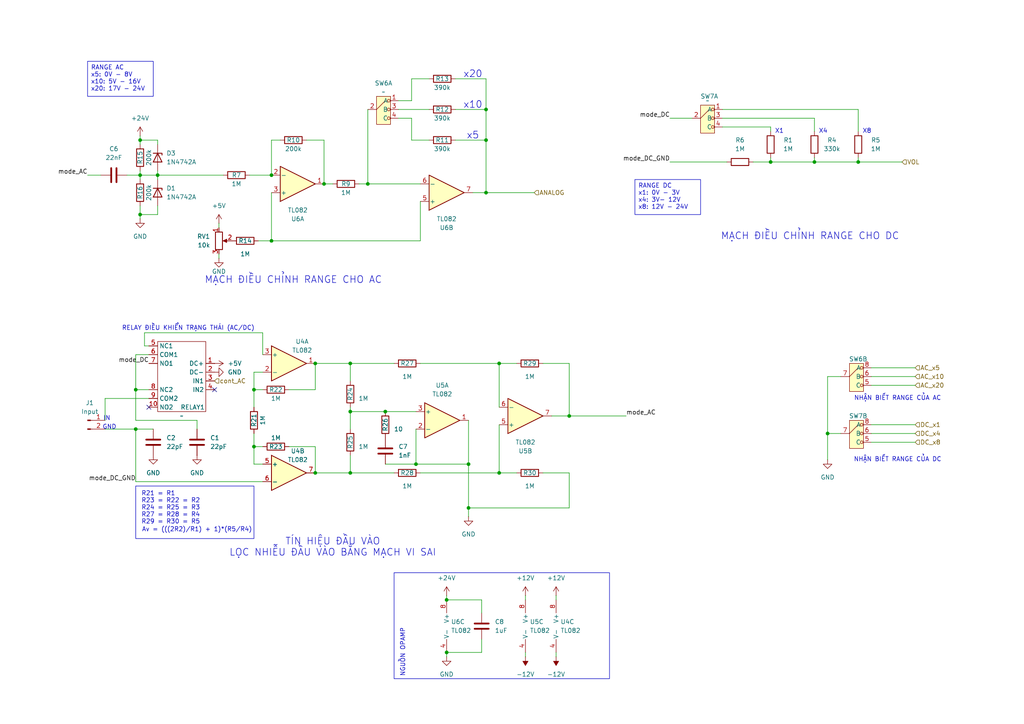
<source format=kicad_sch>
(kicad_sch
	(version 20231120)
	(generator "eeschema")
	(generator_version "8.0")
	(uuid "306b9333-0967-4c33-8ccd-478fd92fc651")
	(paper "A4")
	(lib_symbols
		(symbol "Amplifier_Operational:TL082"
			(pin_names
				(offset 0.127)
			)
			(exclude_from_sim no)
			(in_bom yes)
			(on_board yes)
			(property "Reference" "U"
				(at 0 5.08 0)
				(effects
					(font
						(size 1.27 1.27)
					)
					(justify left)
				)
			)
			(property "Value" "TL082"
				(at 0 -5.08 0)
				(effects
					(font
						(size 1.27 1.27)
					)
					(justify left)
				)
			)
			(property "Footprint" ""
				(at 0 0 0)
				(effects
					(font
						(size 1.27 1.27)
					)
					(hide yes)
				)
			)
			(property "Datasheet" "http://www.ti.com/lit/ds/symlink/tl081.pdf"
				(at 0 0 0)
				(effects
					(font
						(size 1.27 1.27)
					)
					(hide yes)
				)
			)
			(property "Description" "Dual JFET-Input Operational Amplifiers, DIP-8/SOIC-8/SSOP-8"
				(at 0 0 0)
				(effects
					(font
						(size 1.27 1.27)
					)
					(hide yes)
				)
			)
			(property "ki_locked" ""
				(at 0 0 0)
				(effects
					(font
						(size 1.27 1.27)
					)
				)
			)
			(property "ki_keywords" "dual opamp"
				(at 0 0 0)
				(effects
					(font
						(size 1.27 1.27)
					)
					(hide yes)
				)
			)
			(property "ki_fp_filters" "SOIC*3.9x4.9mm*P1.27mm* DIP*W7.62mm* TO*99* OnSemi*Micro8* TSSOP*3x3mm*P0.65mm* TSSOP*4.4x3mm*P0.65mm* MSOP*3x3mm*P0.65mm* SSOP*3.9x4.9mm*P0.635mm* LFCSP*2x2mm*P0.5mm* *SIP* SOIC*5.3x6.2mm*P1.27mm*"
				(at 0 0 0)
				(effects
					(font
						(size 1.27 1.27)
					)
					(hide yes)
				)
			)
			(symbol "TL082_1_1"
				(polyline
					(pts
						(xy -5.08 5.08) (xy 5.08 0) (xy -5.08 -5.08) (xy -5.08 5.08)
					)
					(stroke
						(width 0.254)
						(type default)
					)
					(fill
						(type background)
					)
				)
				(pin output line
					(at 7.62 0 180)
					(length 2.54)
					(name "~"
						(effects
							(font
								(size 1.27 1.27)
							)
						)
					)
					(number "1"
						(effects
							(font
								(size 1.27 1.27)
							)
						)
					)
				)
				(pin input line
					(at -7.62 -2.54 0)
					(length 2.54)
					(name "-"
						(effects
							(font
								(size 1.27 1.27)
							)
						)
					)
					(number "2"
						(effects
							(font
								(size 1.27 1.27)
							)
						)
					)
				)
				(pin input line
					(at -7.62 2.54 0)
					(length 2.54)
					(name "+"
						(effects
							(font
								(size 1.27 1.27)
							)
						)
					)
					(number "3"
						(effects
							(font
								(size 1.27 1.27)
							)
						)
					)
				)
			)
			(symbol "TL082_2_1"
				(polyline
					(pts
						(xy -5.08 5.08) (xy 5.08 0) (xy -5.08 -5.08) (xy -5.08 5.08)
					)
					(stroke
						(width 0.254)
						(type default)
					)
					(fill
						(type background)
					)
				)
				(pin input line
					(at -7.62 2.54 0)
					(length 2.54)
					(name "+"
						(effects
							(font
								(size 1.27 1.27)
							)
						)
					)
					(number "5"
						(effects
							(font
								(size 1.27 1.27)
							)
						)
					)
				)
				(pin input line
					(at -7.62 -2.54 0)
					(length 2.54)
					(name "-"
						(effects
							(font
								(size 1.27 1.27)
							)
						)
					)
					(number "6"
						(effects
							(font
								(size 1.27 1.27)
							)
						)
					)
				)
				(pin output line
					(at 7.62 0 180)
					(length 2.54)
					(name "~"
						(effects
							(font
								(size 1.27 1.27)
							)
						)
					)
					(number "7"
						(effects
							(font
								(size 1.27 1.27)
							)
						)
					)
				)
			)
			(symbol "TL082_3_1"
				(pin power_in line
					(at -2.54 -7.62 90)
					(length 3.81)
					(name "V-"
						(effects
							(font
								(size 1.27 1.27)
							)
						)
					)
					(number "4"
						(effects
							(font
								(size 1.27 1.27)
							)
						)
					)
				)
				(pin power_in line
					(at -2.54 7.62 270)
					(length 3.81)
					(name "V+"
						(effects
							(font
								(size 1.27 1.27)
							)
						)
					)
					(number "8"
						(effects
							(font
								(size 1.27 1.27)
							)
						)
					)
				)
			)
		)
		(symbol "Connector:Conn_01x02_Pin"
			(pin_names
				(offset 1.016) hide)
			(exclude_from_sim no)
			(in_bom yes)
			(on_board yes)
			(property "Reference" "J"
				(at 0 2.54 0)
				(effects
					(font
						(size 1.27 1.27)
					)
				)
			)
			(property "Value" "Conn_01x02_Pin"
				(at 0 -5.08 0)
				(effects
					(font
						(size 1.27 1.27)
					)
				)
			)
			(property "Footprint" ""
				(at 0 0 0)
				(effects
					(font
						(size 1.27 1.27)
					)
					(hide yes)
				)
			)
			(property "Datasheet" "~"
				(at 0 0 0)
				(effects
					(font
						(size 1.27 1.27)
					)
					(hide yes)
				)
			)
			(property "Description" "Generic connector, single row, 01x02, script generated"
				(at 0 0 0)
				(effects
					(font
						(size 1.27 1.27)
					)
					(hide yes)
				)
			)
			(property "ki_locked" ""
				(at 0 0 0)
				(effects
					(font
						(size 1.27 1.27)
					)
				)
			)
			(property "ki_keywords" "connector"
				(at 0 0 0)
				(effects
					(font
						(size 1.27 1.27)
					)
					(hide yes)
				)
			)
			(property "ki_fp_filters" "Connector*:*_1x??_*"
				(at 0 0 0)
				(effects
					(font
						(size 1.27 1.27)
					)
					(hide yes)
				)
			)
			(symbol "Conn_01x02_Pin_1_1"
				(polyline
					(pts
						(xy 1.27 -2.54) (xy 0.8636 -2.54)
					)
					(stroke
						(width 0.1524)
						(type default)
					)
					(fill
						(type none)
					)
				)
				(polyline
					(pts
						(xy 1.27 0) (xy 0.8636 0)
					)
					(stroke
						(width 0.1524)
						(type default)
					)
					(fill
						(type none)
					)
				)
				(rectangle
					(start 0.8636 -2.413)
					(end 0 -2.667)
					(stroke
						(width 0.1524)
						(type default)
					)
					(fill
						(type outline)
					)
				)
				(rectangle
					(start 0.8636 0.127)
					(end 0 -0.127)
					(stroke
						(width 0.1524)
						(type default)
					)
					(fill
						(type outline)
					)
				)
				(pin passive line
					(at 5.08 0 180)
					(length 3.81)
					(name "Pin_1"
						(effects
							(font
								(size 1.27 1.27)
							)
						)
					)
					(number "1"
						(effects
							(font
								(size 1.27 1.27)
							)
						)
					)
				)
				(pin passive line
					(at 5.08 -2.54 180)
					(length 3.81)
					(name "Pin_2"
						(effects
							(font
								(size 1.27 1.27)
							)
						)
					)
					(number "2"
						(effects
							(font
								(size 1.27 1.27)
							)
						)
					)
				)
			)
		)
		(symbol "Device:C"
			(pin_numbers hide)
			(pin_names
				(offset 0.254)
			)
			(exclude_from_sim no)
			(in_bom yes)
			(on_board yes)
			(property "Reference" "C"
				(at 0.635 2.54 0)
				(effects
					(font
						(size 1.27 1.27)
					)
					(justify left)
				)
			)
			(property "Value" "C"
				(at 0.635 -2.54 0)
				(effects
					(font
						(size 1.27 1.27)
					)
					(justify left)
				)
			)
			(property "Footprint" ""
				(at 0.9652 -3.81 0)
				(effects
					(font
						(size 1.27 1.27)
					)
					(hide yes)
				)
			)
			(property "Datasheet" "~"
				(at 0 0 0)
				(effects
					(font
						(size 1.27 1.27)
					)
					(hide yes)
				)
			)
			(property "Description" "Unpolarized capacitor"
				(at 0 0 0)
				(effects
					(font
						(size 1.27 1.27)
					)
					(hide yes)
				)
			)
			(property "ki_keywords" "cap capacitor"
				(at 0 0 0)
				(effects
					(font
						(size 1.27 1.27)
					)
					(hide yes)
				)
			)
			(property "ki_fp_filters" "C_*"
				(at 0 0 0)
				(effects
					(font
						(size 1.27 1.27)
					)
					(hide yes)
				)
			)
			(symbol "C_0_1"
				(polyline
					(pts
						(xy -2.032 -0.762) (xy 2.032 -0.762)
					)
					(stroke
						(width 0.508)
						(type default)
					)
					(fill
						(type none)
					)
				)
				(polyline
					(pts
						(xy -2.032 0.762) (xy 2.032 0.762)
					)
					(stroke
						(width 0.508)
						(type default)
					)
					(fill
						(type none)
					)
				)
			)
			(symbol "C_1_1"
				(pin passive line
					(at 0 3.81 270)
					(length 2.794)
					(name "~"
						(effects
							(font
								(size 1.27 1.27)
							)
						)
					)
					(number "1"
						(effects
							(font
								(size 1.27 1.27)
							)
						)
					)
				)
				(pin passive line
					(at 0 -3.81 90)
					(length 2.794)
					(name "~"
						(effects
							(font
								(size 1.27 1.27)
							)
						)
					)
					(number "2"
						(effects
							(font
								(size 1.27 1.27)
							)
						)
					)
				)
			)
		)
		(symbol "Device:R"
			(pin_numbers hide)
			(pin_names
				(offset 0)
			)
			(exclude_from_sim no)
			(in_bom yes)
			(on_board yes)
			(property "Reference" "R"
				(at 2.032 0 90)
				(effects
					(font
						(size 1.27 1.27)
					)
				)
			)
			(property "Value" "R"
				(at 0 0 90)
				(effects
					(font
						(size 1.27 1.27)
					)
				)
			)
			(property "Footprint" ""
				(at -1.778 0 90)
				(effects
					(font
						(size 1.27 1.27)
					)
					(hide yes)
				)
			)
			(property "Datasheet" "~"
				(at 0 0 0)
				(effects
					(font
						(size 1.27 1.27)
					)
					(hide yes)
				)
			)
			(property "Description" "Resistor"
				(at 0 0 0)
				(effects
					(font
						(size 1.27 1.27)
					)
					(hide yes)
				)
			)
			(property "ki_keywords" "R res resistor"
				(at 0 0 0)
				(effects
					(font
						(size 1.27 1.27)
					)
					(hide yes)
				)
			)
			(property "ki_fp_filters" "R_*"
				(at 0 0 0)
				(effects
					(font
						(size 1.27 1.27)
					)
					(hide yes)
				)
			)
			(symbol "R_0_1"
				(rectangle
					(start -1.016 -2.54)
					(end 1.016 2.54)
					(stroke
						(width 0.254)
						(type default)
					)
					(fill
						(type none)
					)
				)
			)
			(symbol "R_1_1"
				(pin passive line
					(at 0 3.81 270)
					(length 1.27)
					(name "~"
						(effects
							(font
								(size 1.27 1.27)
							)
						)
					)
					(number "1"
						(effects
							(font
								(size 1.27 1.27)
							)
						)
					)
				)
				(pin passive line
					(at 0 -3.81 90)
					(length 1.27)
					(name "~"
						(effects
							(font
								(size 1.27 1.27)
							)
						)
					)
					(number "2"
						(effects
							(font
								(size 1.27 1.27)
							)
						)
					)
				)
			)
		)
		(symbol "Device:R_Potentiometer"
			(pin_names
				(offset 1.016) hide)
			(exclude_from_sim no)
			(in_bom yes)
			(on_board yes)
			(property "Reference" "RV"
				(at -4.445 0 90)
				(effects
					(font
						(size 1.27 1.27)
					)
				)
			)
			(property "Value" "R_Potentiometer"
				(at -2.54 0 90)
				(effects
					(font
						(size 1.27 1.27)
					)
				)
			)
			(property "Footprint" ""
				(at 0 0 0)
				(effects
					(font
						(size 1.27 1.27)
					)
					(hide yes)
				)
			)
			(property "Datasheet" "~"
				(at 0 0 0)
				(effects
					(font
						(size 1.27 1.27)
					)
					(hide yes)
				)
			)
			(property "Description" "Potentiometer"
				(at 0 0 0)
				(effects
					(font
						(size 1.27 1.27)
					)
					(hide yes)
				)
			)
			(property "ki_keywords" "resistor variable"
				(at 0 0 0)
				(effects
					(font
						(size 1.27 1.27)
					)
					(hide yes)
				)
			)
			(property "ki_fp_filters" "Potentiometer*"
				(at 0 0 0)
				(effects
					(font
						(size 1.27 1.27)
					)
					(hide yes)
				)
			)
			(symbol "R_Potentiometer_0_1"
				(polyline
					(pts
						(xy 2.54 0) (xy 1.524 0)
					)
					(stroke
						(width 0)
						(type default)
					)
					(fill
						(type none)
					)
				)
				(polyline
					(pts
						(xy 1.143 0) (xy 2.286 0.508) (xy 2.286 -0.508) (xy 1.143 0)
					)
					(stroke
						(width 0)
						(type default)
					)
					(fill
						(type outline)
					)
				)
				(rectangle
					(start 1.016 2.54)
					(end -1.016 -2.54)
					(stroke
						(width 0.254)
						(type default)
					)
					(fill
						(type none)
					)
				)
			)
			(symbol "R_Potentiometer_1_1"
				(pin passive line
					(at 0 3.81 270)
					(length 1.27)
					(name "1"
						(effects
							(font
								(size 1.27 1.27)
							)
						)
					)
					(number "1"
						(effects
							(font
								(size 1.27 1.27)
							)
						)
					)
				)
				(pin passive line
					(at 3.81 0 180)
					(length 1.27)
					(name "2"
						(effects
							(font
								(size 1.27 1.27)
							)
						)
					)
					(number "2"
						(effects
							(font
								(size 1.27 1.27)
							)
						)
					)
				)
				(pin passive line
					(at 0 -3.81 90)
					(length 1.27)
					(name "3"
						(effects
							(font
								(size 1.27 1.27)
							)
						)
					)
					(number "3"
						(effects
							(font
								(size 1.27 1.27)
							)
						)
					)
				)
			)
		)
		(symbol "Diode:1N47xxA"
			(pin_numbers hide)
			(pin_names hide)
			(exclude_from_sim no)
			(in_bom yes)
			(on_board yes)
			(property "Reference" "D"
				(at 0 2.54 0)
				(effects
					(font
						(size 1.27 1.27)
					)
				)
			)
			(property "Value" "1N47xxA"
				(at 0 -2.54 0)
				(effects
					(font
						(size 1.27 1.27)
					)
				)
			)
			(property "Footprint" "Diode_THT:D_DO-41_SOD81_P10.16mm_Horizontal"
				(at 0 -4.445 0)
				(effects
					(font
						(size 1.27 1.27)
					)
					(hide yes)
				)
			)
			(property "Datasheet" "https://www.vishay.com/docs/85816/1n4728a.pdf"
				(at 0 0 0)
				(effects
					(font
						(size 1.27 1.27)
					)
					(hide yes)
				)
			)
			(property "Description" "1300mW Silicon planar power Zener diodes, DO-41"
				(at 0 0 0)
				(effects
					(font
						(size 1.27 1.27)
					)
					(hide yes)
				)
			)
			(property "ki_keywords" "zener diode"
				(at 0 0 0)
				(effects
					(font
						(size 1.27 1.27)
					)
					(hide yes)
				)
			)
			(property "ki_fp_filters" "D*DO?41*"
				(at 0 0 0)
				(effects
					(font
						(size 1.27 1.27)
					)
					(hide yes)
				)
			)
			(symbol "1N47xxA_0_1"
				(polyline
					(pts
						(xy 1.27 0) (xy -1.27 0)
					)
					(stroke
						(width 0)
						(type default)
					)
					(fill
						(type none)
					)
				)
				(polyline
					(pts
						(xy -1.27 -1.27) (xy -1.27 1.27) (xy -0.762 1.27)
					)
					(stroke
						(width 0.254)
						(type default)
					)
					(fill
						(type none)
					)
				)
				(polyline
					(pts
						(xy 1.27 -1.27) (xy 1.27 1.27) (xy -1.27 0) (xy 1.27 -1.27)
					)
					(stroke
						(width 0.254)
						(type default)
					)
					(fill
						(type none)
					)
				)
			)
			(symbol "1N47xxA_1_1"
				(pin passive line
					(at -3.81 0 0)
					(length 2.54)
					(name "K"
						(effects
							(font
								(size 1.27 1.27)
							)
						)
					)
					(number "1"
						(effects
							(font
								(size 1.27 1.27)
							)
						)
					)
				)
				(pin passive line
					(at 3.81 0 180)
					(length 2.54)
					(name "A"
						(effects
							(font
								(size 1.27 1.27)
							)
						)
					)
					(number "2"
						(effects
							(font
								(size 1.27 1.27)
							)
						)
					)
				)
			)
		)
		(symbol "Oscillospcope_lib:Module_Relay_5VDC"
			(exclude_from_sim no)
			(in_bom yes)
			(on_board yes)
			(property "Reference" "RELAY1"
				(at -0.635 -13.97 0)
				(effects
					(font
						(size 1.27 1.27)
					)
				)
			)
			(property "Value" "~"
				(at -0.635 -11.43 0)
				(effects
					(font
						(size 1.27 1.27)
					)
				)
			)
			(property "Footprint" ""
				(at 2.54 7.62 0)
				(effects
					(font
						(size 1.27 1.27)
					)
					(hide yes)
				)
			)
			(property "Datasheet" "https://www.thegioiic.com/module-2-relay-5v-kich-muc-cao-thap"
				(at 10.16 1.27 0)
				(effects
					(font
						(size 1.27 1.27)
					)
					(hide yes)
				)
			)
			(property "Description" "https://www.thegioiic.com/module-2-relay-5v-kich-muc-cao-thap"
				(at 10.16 1.27 0)
				(effects
					(font
						(size 1.27 1.27)
					)
					(hide yes)
				)
			)
			(symbol "Module_Relay_5VDC_0_1"
				(rectangle
					(start -7.62 10.16)
					(end 6.35 -10.16)
					(stroke
						(width 0)
						(type default)
					)
					(fill
						(type none)
					)
				)
			)
			(symbol "Module_Relay_5VDC_1_1"
				(pin input line
					(at -10.16 3.81 0)
					(length 2.54)
					(name "DC+"
						(effects
							(font
								(size 1.27 1.27)
							)
						)
					)
					(number "1"
						(effects
							(font
								(size 1.27 1.27)
							)
						)
					)
				)
				(pin output line
					(at 8.89 -8.89 180)
					(length 2.54)
					(name "NO2"
						(effects
							(font
								(size 1.27 1.27)
							)
						)
					)
					(number "10"
						(effects
							(font
								(size 1.27 1.27)
							)
						)
					)
				)
				(pin input line
					(at -10.16 1.27 0)
					(length 2.54)
					(name "DC-"
						(effects
							(font
								(size 1.27 1.27)
							)
						)
					)
					(number "2"
						(effects
							(font
								(size 1.27 1.27)
							)
						)
					)
				)
				(pin input line
					(at -10.16 -1.27 0)
					(length 2.54)
					(name "IN1"
						(effects
							(font
								(size 1.27 1.27)
							)
						)
					)
					(number "3"
						(effects
							(font
								(size 1.27 1.27)
							)
						)
					)
				)
				(pin input line
					(at -10.16 -3.81 0)
					(length 2.54)
					(name "IN2"
						(effects
							(font
								(size 1.27 1.27)
							)
						)
					)
					(number "4"
						(effects
							(font
								(size 1.27 1.27)
							)
						)
					)
				)
				(pin output line
					(at 8.89 8.89 180)
					(length 2.54)
					(name "NC1"
						(effects
							(font
								(size 1.27 1.27)
							)
						)
					)
					(number "5"
						(effects
							(font
								(size 1.27 1.27)
							)
						)
					)
				)
				(pin output line
					(at 8.89 6.35 180)
					(length 2.54)
					(name "COM1"
						(effects
							(font
								(size 1.27 1.27)
							)
						)
					)
					(number "6"
						(effects
							(font
								(size 1.27 1.27)
							)
						)
					)
				)
				(pin output line
					(at 8.89 3.81 180)
					(length 2.54)
					(name "NO1"
						(effects
							(font
								(size 1.27 1.27)
							)
						)
					)
					(number "7"
						(effects
							(font
								(size 1.27 1.27)
							)
						)
					)
				)
				(pin output line
					(at 8.89 -3.81 180)
					(length 2.54)
					(name "NC2"
						(effects
							(font
								(size 1.27 1.27)
							)
						)
					)
					(number "8"
						(effects
							(font
								(size 1.27 1.27)
							)
						)
					)
				)
				(pin output line
					(at 8.89 -6.35 180)
					(length 2.54)
					(name "COM2"
						(effects
							(font
								(size 1.27 1.27)
							)
						)
					)
					(number "9"
						(effects
							(font
								(size 1.27 1.27)
							)
						)
					)
				)
			)
		)
		(symbol "Oscillospcope_lib:SW_3MODE_8DIP"
			(exclude_from_sim no)
			(in_bom yes)
			(on_board yes)
			(property "Reference" "SW"
				(at -1.27 4.826 0)
				(effects
					(font
						(size 1.27 1.27)
					)
				)
			)
			(property "Value" ""
				(at 0 0 0)
				(effects
					(font
						(size 1.27 1.27)
					)
				)
			)
			(property "Footprint" ""
				(at 0 0 0)
				(effects
					(font
						(size 1.27 1.27)
					)
					(hide yes)
				)
			)
			(property "Datasheet" ""
				(at 0 0 0)
				(effects
					(font
						(size 1.27 1.27)
					)
					(hide yes)
				)
			)
			(property "Description" ""
				(at 0 0 0)
				(effects
					(font
						(size 1.27 1.27)
					)
					(hide yes)
				)
			)
			(property "ki_locked" ""
				(at 0 0 0)
				(effects
					(font
						(size 1.27 1.27)
					)
				)
			)
			(symbol "SW_3MODE_8DIP_1_1"
				(rectangle
					(start -2.54 3.81)
					(end 1.524 -4.318)
					(stroke
						(width 0)
						(type default)
					)
					(fill
						(type background)
					)
				)
				(polyline
					(pts
						(xy -2.54 0) (xy 0 2.54)
					)
					(stroke
						(width 0)
						(type default)
					)
					(fill
						(type none)
					)
				)
				(circle
					(center 1.016 -2.54)
					(radius 0.4016)
					(stroke
						(width 0)
						(type default)
					)
					(fill
						(type none)
					)
				)
				(circle
					(center 1.016 0)
					(radius 0.4016)
					(stroke
						(width 0)
						(type default)
					)
					(fill
						(type none)
					)
				)
				(circle
					(center 1.016 2.54)
					(radius 0.4016)
					(stroke
						(width 0)
						(type default)
					)
					(fill
						(type none)
					)
				)
				(pin output line
					(at 3.81 2.54 180)
					(length 2.54)
					(name "A"
						(effects
							(font
								(size 1.27 1.27)
							)
						)
					)
					(number "1"
						(effects
							(font
								(size 1.27 1.27)
							)
						)
					)
				)
				(pin input line
					(at -5.08 0 0)
					(length 2.54)
					(name ""
						(effects
							(font
								(size 1.27 1.27)
							)
						)
					)
					(number "2"
						(effects
							(font
								(size 1.27 1.27)
							)
						)
					)
				)
				(pin output line
					(at 3.81 0 180)
					(length 2.54)
					(name "B"
						(effects
							(font
								(size 1.27 1.27)
							)
						)
					)
					(number "3"
						(effects
							(font
								(size 1.27 1.27)
							)
						)
					)
				)
				(pin output line
					(at 3.81 -2.54 180)
					(length 2.54)
					(name "C"
						(effects
							(font
								(size 1.27 1.27)
							)
						)
					)
					(number "4"
						(effects
							(font
								(size 1.27 1.27)
							)
						)
					)
				)
			)
			(symbol "SW_3MODE_8DIP_2_1"
				(rectangle
					(start -2.54 3.81)
					(end 1.524 -4.318)
					(stroke
						(width 0)
						(type default)
					)
					(fill
						(type background)
					)
				)
				(polyline
					(pts
						(xy -2.54 0) (xy 0 2.54)
					)
					(stroke
						(width 0)
						(type default)
					)
					(fill
						(type none)
					)
				)
				(circle
					(center 1.016 -2.54)
					(radius 0.4016)
					(stroke
						(width 0)
						(type default)
					)
					(fill
						(type none)
					)
				)
				(circle
					(center 1.016 0)
					(radius 0.4016)
					(stroke
						(width 0)
						(type default)
					)
					(fill
						(type none)
					)
				)
				(circle
					(center 1.016 2.54)
					(radius 0.4016)
					(stroke
						(width 0)
						(type default)
					)
					(fill
						(type none)
					)
				)
				(pin output line
					(at 3.81 -2.54 180)
					(length 2.54)
					(name "C"
						(effects
							(font
								(size 1.27 1.27)
							)
						)
					)
					(number "5"
						(effects
							(font
								(size 1.27 1.27)
							)
						)
					)
				)
				(pin output line
					(at 3.81 0 180)
					(length 2.54)
					(name "B"
						(effects
							(font
								(size 1.27 1.27)
							)
						)
					)
					(number "6"
						(effects
							(font
								(size 1.27 1.27)
							)
						)
					)
				)
				(pin input line
					(at -5.08 0 0)
					(length 2.54)
					(name ""
						(effects
							(font
								(size 1.27 1.27)
							)
						)
					)
					(number "7"
						(effects
							(font
								(size 1.27 1.27)
							)
						)
					)
				)
				(pin output line
					(at 3.81 2.54 180)
					(length 2.54)
					(name "A"
						(effects
							(font
								(size 1.27 1.27)
							)
						)
					)
					(number "8"
						(effects
							(font
								(size 1.27 1.27)
							)
						)
					)
				)
			)
		)
		(symbol "power:+12V"
			(power)
			(pin_numbers hide)
			(pin_names
				(offset 0) hide)
			(exclude_from_sim no)
			(in_bom yes)
			(on_board yes)
			(property "Reference" "#PWR"
				(at 0 -3.81 0)
				(effects
					(font
						(size 1.27 1.27)
					)
					(hide yes)
				)
			)
			(property "Value" "+12V"
				(at 0 3.556 0)
				(effects
					(font
						(size 1.27 1.27)
					)
				)
			)
			(property "Footprint" ""
				(at 0 0 0)
				(effects
					(font
						(size 1.27 1.27)
					)
					(hide yes)
				)
			)
			(property "Datasheet" ""
				(at 0 0 0)
				(effects
					(font
						(size 1.27 1.27)
					)
					(hide yes)
				)
			)
			(property "Description" "Power symbol creates a global label with name \"+12V\""
				(at 0 0 0)
				(effects
					(font
						(size 1.27 1.27)
					)
					(hide yes)
				)
			)
			(property "ki_keywords" "global power"
				(at 0 0 0)
				(effects
					(font
						(size 1.27 1.27)
					)
					(hide yes)
				)
			)
			(symbol "+12V_0_1"
				(polyline
					(pts
						(xy -0.762 1.27) (xy 0 2.54)
					)
					(stroke
						(width 0)
						(type default)
					)
					(fill
						(type none)
					)
				)
				(polyline
					(pts
						(xy 0 0) (xy 0 2.54)
					)
					(stroke
						(width 0)
						(type default)
					)
					(fill
						(type none)
					)
				)
				(polyline
					(pts
						(xy 0 2.54) (xy 0.762 1.27)
					)
					(stroke
						(width 0)
						(type default)
					)
					(fill
						(type none)
					)
				)
			)
			(symbol "+12V_1_1"
				(pin power_in line
					(at 0 0 90)
					(length 0)
					(name "~"
						(effects
							(font
								(size 1.27 1.27)
							)
						)
					)
					(number "1"
						(effects
							(font
								(size 1.27 1.27)
							)
						)
					)
				)
			)
		)
		(symbol "power:+24V"
			(power)
			(pin_numbers hide)
			(pin_names
				(offset 0) hide)
			(exclude_from_sim no)
			(in_bom yes)
			(on_board yes)
			(property "Reference" "#PWR"
				(at 0 -3.81 0)
				(effects
					(font
						(size 1.27 1.27)
					)
					(hide yes)
				)
			)
			(property "Value" "+24V"
				(at 0 3.556 0)
				(effects
					(font
						(size 1.27 1.27)
					)
				)
			)
			(property "Footprint" ""
				(at 0 0 0)
				(effects
					(font
						(size 1.27 1.27)
					)
					(hide yes)
				)
			)
			(property "Datasheet" ""
				(at 0 0 0)
				(effects
					(font
						(size 1.27 1.27)
					)
					(hide yes)
				)
			)
			(property "Description" "Power symbol creates a global label with name \"+24V\""
				(at 0 0 0)
				(effects
					(font
						(size 1.27 1.27)
					)
					(hide yes)
				)
			)
			(property "ki_keywords" "global power"
				(at 0 0 0)
				(effects
					(font
						(size 1.27 1.27)
					)
					(hide yes)
				)
			)
			(symbol "+24V_0_1"
				(polyline
					(pts
						(xy -0.762 1.27) (xy 0 2.54)
					)
					(stroke
						(width 0)
						(type default)
					)
					(fill
						(type none)
					)
				)
				(polyline
					(pts
						(xy 0 0) (xy 0 2.54)
					)
					(stroke
						(width 0)
						(type default)
					)
					(fill
						(type none)
					)
				)
				(polyline
					(pts
						(xy 0 2.54) (xy 0.762 1.27)
					)
					(stroke
						(width 0)
						(type default)
					)
					(fill
						(type none)
					)
				)
			)
			(symbol "+24V_1_1"
				(pin power_in line
					(at 0 0 90)
					(length 0)
					(name "~"
						(effects
							(font
								(size 1.27 1.27)
							)
						)
					)
					(number "1"
						(effects
							(font
								(size 1.27 1.27)
							)
						)
					)
				)
			)
		)
		(symbol "power:+5V"
			(power)
			(pin_numbers hide)
			(pin_names
				(offset 0) hide)
			(exclude_from_sim no)
			(in_bom yes)
			(on_board yes)
			(property "Reference" "#PWR"
				(at 0 -3.81 0)
				(effects
					(font
						(size 1.27 1.27)
					)
					(hide yes)
				)
			)
			(property "Value" "+5V"
				(at 0 3.556 0)
				(effects
					(font
						(size 1.27 1.27)
					)
				)
			)
			(property "Footprint" ""
				(at 0 0 0)
				(effects
					(font
						(size 1.27 1.27)
					)
					(hide yes)
				)
			)
			(property "Datasheet" ""
				(at 0 0 0)
				(effects
					(font
						(size 1.27 1.27)
					)
					(hide yes)
				)
			)
			(property "Description" "Power symbol creates a global label with name \"+5V\""
				(at 0 0 0)
				(effects
					(font
						(size 1.27 1.27)
					)
					(hide yes)
				)
			)
			(property "ki_keywords" "global power"
				(at 0 0 0)
				(effects
					(font
						(size 1.27 1.27)
					)
					(hide yes)
				)
			)
			(symbol "+5V_0_1"
				(polyline
					(pts
						(xy -0.762 1.27) (xy 0 2.54)
					)
					(stroke
						(width 0)
						(type default)
					)
					(fill
						(type none)
					)
				)
				(polyline
					(pts
						(xy 0 0) (xy 0 2.54)
					)
					(stroke
						(width 0)
						(type default)
					)
					(fill
						(type none)
					)
				)
				(polyline
					(pts
						(xy 0 2.54) (xy 0.762 1.27)
					)
					(stroke
						(width 0)
						(type default)
					)
					(fill
						(type none)
					)
				)
			)
			(symbol "+5V_1_1"
				(pin power_in line
					(at 0 0 90)
					(length 0)
					(name "~"
						(effects
							(font
								(size 1.27 1.27)
							)
						)
					)
					(number "1"
						(effects
							(font
								(size 1.27 1.27)
							)
						)
					)
				)
			)
		)
		(symbol "power:-12V"
			(power)
			(pin_numbers hide)
			(pin_names
				(offset 0) hide)
			(exclude_from_sim no)
			(in_bom yes)
			(on_board yes)
			(property "Reference" "#PWR"
				(at 0 -3.81 0)
				(effects
					(font
						(size 1.27 1.27)
					)
					(hide yes)
				)
			)
			(property "Value" "-12V"
				(at 0 3.556 0)
				(effects
					(font
						(size 1.27 1.27)
					)
				)
			)
			(property "Footprint" ""
				(at 0 0 0)
				(effects
					(font
						(size 1.27 1.27)
					)
					(hide yes)
				)
			)
			(property "Datasheet" ""
				(at 0 0 0)
				(effects
					(font
						(size 1.27 1.27)
					)
					(hide yes)
				)
			)
			(property "Description" "Power symbol creates a global label with name \"-12V\""
				(at 0 0 0)
				(effects
					(font
						(size 1.27 1.27)
					)
					(hide yes)
				)
			)
			(property "ki_keywords" "global power"
				(at 0 0 0)
				(effects
					(font
						(size 1.27 1.27)
					)
					(hide yes)
				)
			)
			(symbol "-12V_0_0"
				(pin power_in line
					(at 0 0 90)
					(length 0)
					(name "~"
						(effects
							(font
								(size 1.27 1.27)
							)
						)
					)
					(number "1"
						(effects
							(font
								(size 1.27 1.27)
							)
						)
					)
				)
			)
			(symbol "-12V_0_1"
				(polyline
					(pts
						(xy 0 0) (xy 0 1.27) (xy 0.762 1.27) (xy 0 2.54) (xy -0.762 1.27) (xy 0 1.27)
					)
					(stroke
						(width 0)
						(type default)
					)
					(fill
						(type outline)
					)
				)
			)
		)
		(symbol "power:GND"
			(power)
			(pin_numbers hide)
			(pin_names
				(offset 0) hide)
			(exclude_from_sim no)
			(in_bom yes)
			(on_board yes)
			(property "Reference" "#PWR"
				(at 0 -6.35 0)
				(effects
					(font
						(size 1.27 1.27)
					)
					(hide yes)
				)
			)
			(property "Value" "GND"
				(at 0 -3.81 0)
				(effects
					(font
						(size 1.27 1.27)
					)
				)
			)
			(property "Footprint" ""
				(at 0 0 0)
				(effects
					(font
						(size 1.27 1.27)
					)
					(hide yes)
				)
			)
			(property "Datasheet" ""
				(at 0 0 0)
				(effects
					(font
						(size 1.27 1.27)
					)
					(hide yes)
				)
			)
			(property "Description" "Power symbol creates a global label with name \"GND\" , ground"
				(at 0 0 0)
				(effects
					(font
						(size 1.27 1.27)
					)
					(hide yes)
				)
			)
			(property "ki_keywords" "global power"
				(at 0 0 0)
				(effects
					(font
						(size 1.27 1.27)
					)
					(hide yes)
				)
			)
			(symbol "GND_0_1"
				(polyline
					(pts
						(xy 0 0) (xy 0 -1.27) (xy 1.27 -1.27) (xy 0 -2.54) (xy -1.27 -1.27) (xy 0 -1.27)
					)
					(stroke
						(width 0)
						(type default)
					)
					(fill
						(type none)
					)
				)
			)
			(symbol "GND_1_1"
				(pin power_in line
					(at 0 0 270)
					(length 0)
					(name "~"
						(effects
							(font
								(size 1.27 1.27)
							)
						)
					)
					(number "1"
						(effects
							(font
								(size 1.27 1.27)
							)
						)
					)
				)
			)
		)
	)
	(junction
		(at 236.22 46.99)
		(diameter 0)
		(color 0 0 0 0)
		(uuid "03489f69-baee-4a49-bd9c-81ede6e906b7")
	)
	(junction
		(at 144.78 105.41)
		(diameter 0)
		(color 0 0 0 0)
		(uuid "0847a544-9274-442a-bcd0-2d40ad775dd6")
	)
	(junction
		(at 101.6 137.16)
		(diameter 0)
		(color 0 0 0 0)
		(uuid "1302037c-588e-4660-bad7-6602e3d7b763")
	)
	(junction
		(at 91.44 105.41)
		(diameter 0)
		(color 0 0 0 0)
		(uuid "18fbb595-e5db-4384-855b-8642d2e35dba")
	)
	(junction
		(at 165.1 120.65)
		(diameter 0)
		(color 0 0 0 0)
		(uuid "1a49bde9-a4af-4410-9153-1925bc3005fc")
	)
	(junction
		(at 78.74 69.85)
		(diameter 0)
		(color 0 0 0 0)
		(uuid "21ee699f-398f-49ef-b540-f8a979b10e37")
	)
	(junction
		(at 39.37 124.46)
		(diameter 0)
		(color 0 0 0 0)
		(uuid "24acf670-a75a-4b0d-9ba3-868c3bbf75c7")
	)
	(junction
		(at 240.03 125.73)
		(diameter 0)
		(color 0 0 0 0)
		(uuid "3089b861-d268-46dc-af06-10d65046977a")
	)
	(junction
		(at 111.76 119.38)
		(diameter 0)
		(color 0 0 0 0)
		(uuid "30ef707c-0a68-408e-bac7-46ee3e773675")
	)
	(junction
		(at 101.6 119.38)
		(diameter 0)
		(color 0 0 0 0)
		(uuid "31c16fe6-4388-4299-8a90-4e60ec7e0d42")
	)
	(junction
		(at 140.97 40.64)
		(diameter 0)
		(color 0 0 0 0)
		(uuid "36669ab4-cd64-40c3-8c35-2bbff02875e3")
	)
	(junction
		(at 223.52 46.99)
		(diameter 0)
		(color 0 0 0 0)
		(uuid "3afe66c7-0b8b-49b6-86c9-52009f6f356d")
	)
	(junction
		(at 120.65 134.62)
		(diameter 0)
		(color 0 0 0 0)
		(uuid "654cc9c1-988b-4f0d-987d-db93a1821940")
	)
	(junction
		(at 40.64 62.23)
		(diameter 0)
		(color 0 0 0 0)
		(uuid "6bf60628-4475-4e06-91fe-58ec2755d89c")
	)
	(junction
		(at 78.74 50.8)
		(diameter 0)
		(color 0 0 0 0)
		(uuid "7b7f6e15-01bf-4880-a6c1-e52b01f1b434")
	)
	(junction
		(at 129.54 173.99)
		(diameter 0)
		(color 0 0 0 0)
		(uuid "9d06c584-fc62-4e8d-a86d-5073056d87fe")
	)
	(junction
		(at 45.72 50.8)
		(diameter 0)
		(color 0 0 0 0)
		(uuid "a9033f34-aee4-423f-843d-8bacdb125c48")
	)
	(junction
		(at 129.54 189.23)
		(diameter 0)
		(color 0 0 0 0)
		(uuid "a9b6377e-821f-40cc-8c7f-e3c842af1490")
	)
	(junction
		(at 73.66 113.03)
		(diameter 0)
		(color 0 0 0 0)
		(uuid "ac2f8888-d851-477e-a060-a6c21d4be267")
	)
	(junction
		(at 73.66 129.54)
		(diameter 0)
		(color 0 0 0 0)
		(uuid "b13f8d31-c0b2-41bb-a843-6ea2cdfc3464")
	)
	(junction
		(at 106.68 53.34)
		(diameter 0)
		(color 0 0 0 0)
		(uuid "b46733e5-db44-4410-bcf1-93309c4f1dc0")
	)
	(junction
		(at 140.97 55.88)
		(diameter 0)
		(color 0 0 0 0)
		(uuid "b6b6d658-9efe-46cb-a4ce-bf34705f12c2")
	)
	(junction
		(at 135.89 134.62)
		(diameter 0)
		(color 0 0 0 0)
		(uuid "c10f6780-1181-4f52-9b91-552b135cc0b0")
	)
	(junction
		(at 40.64 50.8)
		(diameter 0)
		(color 0 0 0 0)
		(uuid "c2cf682d-7a05-449d-a324-37cc380947e8")
	)
	(junction
		(at 40.64 40.64)
		(diameter 0)
		(color 0 0 0 0)
		(uuid "c2f6e51c-b5a3-41a9-9e5c-01516b4fce91")
	)
	(junction
		(at 93.98 53.34)
		(diameter 0)
		(color 0 0 0 0)
		(uuid "c6f2b358-a164-4bc1-87cb-45d918226643")
	)
	(junction
		(at 140.97 31.75)
		(diameter 0)
		(color 0 0 0 0)
		(uuid "ce6a05c9-bf80-4103-874a-55fe9eb5eaa8")
	)
	(junction
		(at 39.37 113.03)
		(diameter 0)
		(color 0 0 0 0)
		(uuid "d109f6e0-27a3-4da1-9ace-939c82c45dd5")
	)
	(junction
		(at 144.78 137.16)
		(diameter 0)
		(color 0 0 0 0)
		(uuid "e5788162-da66-4634-8cf9-6ba310732e8f")
	)
	(junction
		(at 101.6 105.41)
		(diameter 0)
		(color 0 0 0 0)
		(uuid "f164a914-23df-4c20-b9ed-634be6e72e8e")
	)
	(junction
		(at 135.89 147.32)
		(diameter 0)
		(color 0 0 0 0)
		(uuid "f3ccf620-ae9c-4976-b5d9-223d7421f6d1")
	)
	(junction
		(at 91.44 137.16)
		(diameter 0)
		(color 0 0 0 0)
		(uuid "f407d0a3-40c1-423c-8984-96ca6afb6155")
	)
	(junction
		(at 248.92 46.99)
		(diameter 0)
		(color 0 0 0 0)
		(uuid "fdb744ee-a529-45e9-be12-c66c198e1c20")
	)
	(no_connect
		(at 62.23 113.03)
		(uuid "165fd629-78c6-4d41-a9a9-d3d8fd74b530")
	)
	(no_connect
		(at 43.18 118.11)
		(uuid "35240a51-66e5-4b67-9162-a11420efc0a0")
	)
	(wire
		(pts
			(xy 209.55 34.29) (xy 236.22 34.29)
		)
		(stroke
			(width 0)
			(type default)
		)
		(uuid "0078ccf9-f862-4184-85dd-06a84749a768")
	)
	(wire
		(pts
			(xy 248.92 38.1) (xy 248.92 31.75)
		)
		(stroke
			(width 0)
			(type default)
		)
		(uuid "01c6fcc0-008a-4996-87bf-92418587efac")
	)
	(wire
		(pts
			(xy 240.03 125.73) (xy 243.84 125.73)
		)
		(stroke
			(width 0)
			(type default)
		)
		(uuid "06d348f5-b02c-4575-81d1-e513f6011e5b")
	)
	(wire
		(pts
			(xy 45.72 62.23) (xy 40.64 62.23)
		)
		(stroke
			(width 0)
			(type default)
		)
		(uuid "06fda4cb-666e-416c-b75d-c92b0ccbb78e")
	)
	(wire
		(pts
			(xy 248.92 31.75) (xy 209.55 31.75)
		)
		(stroke
			(width 0)
			(type default)
		)
		(uuid "0730df2a-2e3f-4cea-9e5d-fc7b81928095")
	)
	(wire
		(pts
			(xy 140.97 55.88) (xy 154.94 55.88)
		)
		(stroke
			(width 0)
			(type default)
		)
		(uuid "07855ba6-a8a2-4769-b648-441dd6f05992")
	)
	(wire
		(pts
			(xy 218.44 46.99) (xy 223.52 46.99)
		)
		(stroke
			(width 0)
			(type default)
		)
		(uuid "09ad0eaf-234a-48d4-82ee-a25e680899c9")
	)
	(wire
		(pts
			(xy 115.57 34.29) (xy 119.38 34.29)
		)
		(stroke
			(width 0)
			(type default)
		)
		(uuid "0a370d9a-dedd-4019-8433-5553ffdec128")
	)
	(wire
		(pts
			(xy 129.54 172.72) (xy 129.54 173.99)
		)
		(stroke
			(width 0)
			(type default)
		)
		(uuid "0a98d76b-492f-4874-9a2c-715abbd61b72")
	)
	(wire
		(pts
			(xy 76.2 107.95) (xy 73.66 107.95)
		)
		(stroke
			(width 0)
			(type default)
		)
		(uuid "0bf85a25-a3ee-45cf-b4d5-a7ce924ab244")
	)
	(wire
		(pts
			(xy 73.66 129.54) (xy 76.2 129.54)
		)
		(stroke
			(width 0)
			(type default)
		)
		(uuid "0d373d0d-3839-4eae-9796-504c89a4d444")
	)
	(wire
		(pts
			(xy 73.66 113.03) (xy 76.2 113.03)
		)
		(stroke
			(width 0)
			(type default)
		)
		(uuid "1006ffdb-a420-407f-b118-f838a62daa10")
	)
	(wire
		(pts
			(xy 45.72 49.53) (xy 45.72 50.8)
		)
		(stroke
			(width 0)
			(type default)
		)
		(uuid "14d06e6e-6e50-410c-81e1-4b80603e36c2")
	)
	(wire
		(pts
			(xy 39.37 113.03) (xy 39.37 121.92)
		)
		(stroke
			(width 0)
			(type default)
		)
		(uuid "15b6da3f-9c4c-44c9-a0b9-d8241145af63")
	)
	(wire
		(pts
			(xy 40.64 52.07) (xy 40.64 50.8)
		)
		(stroke
			(width 0)
			(type default)
		)
		(uuid "18d7b92c-07fa-4a2d-9b0e-3648f30f7900")
	)
	(wire
		(pts
			(xy 101.6 137.16) (xy 91.44 137.16)
		)
		(stroke
			(width 0)
			(type default)
		)
		(uuid "1b66f78f-57f4-43a2-bc65-576f8a2695c0")
	)
	(wire
		(pts
			(xy 74.93 69.85) (xy 78.74 69.85)
		)
		(stroke
			(width 0)
			(type default)
		)
		(uuid "1bc9ff42-54a7-4496-88c2-9e2c0af0e532")
	)
	(wire
		(pts
			(xy 165.1 105.41) (xy 165.1 120.65)
		)
		(stroke
			(width 0)
			(type default)
		)
		(uuid "1c614b4c-71c1-4fe2-96d5-6b80aea5bcdb")
	)
	(wire
		(pts
			(xy 106.68 53.34) (xy 121.92 53.34)
		)
		(stroke
			(width 0)
			(type default)
		)
		(uuid "1c8abd32-a8e6-483e-9424-5df2793c3049")
	)
	(wire
		(pts
			(xy 40.64 40.64) (xy 40.64 41.91)
		)
		(stroke
			(width 0)
			(type default)
		)
		(uuid "1dfd868a-5a48-428b-9792-c611da5df933")
	)
	(wire
		(pts
			(xy 144.78 137.16) (xy 149.86 137.16)
		)
		(stroke
			(width 0)
			(type default)
		)
		(uuid "20390878-c53a-4423-b6a0-921a22396672")
	)
	(wire
		(pts
			(xy 41.91 100.33) (xy 43.18 100.33)
		)
		(stroke
			(width 0)
			(type default)
		)
		(uuid "25dda0b2-b403-4d58-9690-5d1d6df8f31e")
	)
	(wire
		(pts
			(xy 165.1 137.16) (xy 157.48 137.16)
		)
		(stroke
			(width 0)
			(type default)
		)
		(uuid "26a1b0ff-14a4-4b01-8cc0-4ae3604e2fee")
	)
	(wire
		(pts
			(xy 36.83 50.8) (xy 40.64 50.8)
		)
		(stroke
			(width 0)
			(type default)
		)
		(uuid "27d82a62-1db7-4e7a-99d6-f5f1c26f23d8")
	)
	(wire
		(pts
			(xy 45.72 41.91) (xy 45.72 40.64)
		)
		(stroke
			(width 0)
			(type default)
		)
		(uuid "2826616c-c27b-4c15-bfd0-cbea96c744eb")
	)
	(wire
		(pts
			(xy 139.7 189.23) (xy 129.54 189.23)
		)
		(stroke
			(width 0)
			(type default)
		)
		(uuid "2bb7a43d-b7f0-4d9a-9127-4e20bdd6fd51")
	)
	(wire
		(pts
			(xy 40.64 62.23) (xy 40.64 59.69)
		)
		(stroke
			(width 0)
			(type default)
		)
		(uuid "2bc6c35d-2127-4281-8b0a-dcca5e1761af")
	)
	(wire
		(pts
			(xy 236.22 46.99) (xy 236.22 45.72)
		)
		(stroke
			(width 0)
			(type default)
		)
		(uuid "2c0aaffb-ad64-4132-b37f-9dfc1dd3cfbb")
	)
	(wire
		(pts
			(xy 121.92 58.42) (xy 121.92 69.85)
		)
		(stroke
			(width 0)
			(type default)
		)
		(uuid "35f5a29c-4cb6-4559-bf02-7266d92d6cc9")
	)
	(wire
		(pts
			(xy 73.66 129.54) (xy 73.66 125.73)
		)
		(stroke
			(width 0)
			(type default)
		)
		(uuid "362c9f5d-ea06-4aaa-84cc-23ec40ed468b")
	)
	(wire
		(pts
			(xy 91.44 113.03) (xy 91.44 105.41)
		)
		(stroke
			(width 0)
			(type default)
		)
		(uuid "36e2a0ef-e21c-48fd-9226-2db692f64271")
	)
	(wire
		(pts
			(xy 101.6 137.16) (xy 114.3 137.16)
		)
		(stroke
			(width 0)
			(type default)
		)
		(uuid "3791f433-cc90-4d9c-b70c-d672c100b944")
	)
	(wire
		(pts
			(xy 30.48 115.57) (xy 43.18 115.57)
		)
		(stroke
			(width 0)
			(type default)
		)
		(uuid "38300033-670a-43fc-b44e-05310ea7c8e0")
	)
	(wire
		(pts
			(xy 132.08 40.64) (xy 140.97 40.64)
		)
		(stroke
			(width 0)
			(type default)
		)
		(uuid "3bf986fe-e85f-428a-9122-1f004bd4f515")
	)
	(wire
		(pts
			(xy 132.08 22.86) (xy 140.97 22.86)
		)
		(stroke
			(width 0)
			(type default)
		)
		(uuid "3d1b970d-6d6d-402a-af68-d0e45c68dca2")
	)
	(wire
		(pts
			(xy 240.03 109.22) (xy 240.03 125.73)
		)
		(stroke
			(width 0)
			(type default)
		)
		(uuid "3ea200d9-c4d7-4d97-ba9b-1edc6d6376f7")
	)
	(wire
		(pts
			(xy 101.6 132.08) (xy 101.6 137.16)
		)
		(stroke
			(width 0)
			(type default)
		)
		(uuid "3f166b13-e599-4464-9c96-b3244cd3f86d")
	)
	(wire
		(pts
			(xy 120.65 134.62) (xy 135.89 134.62)
		)
		(stroke
			(width 0)
			(type default)
		)
		(uuid "3f7466c9-ce84-4ee7-a97d-e51916a3f700")
	)
	(wire
		(pts
			(xy 63.5 64.77) (xy 63.5 66.04)
		)
		(stroke
			(width 0)
			(type default)
		)
		(uuid "41e4db7b-002a-4ced-b04c-5cb54058420e")
	)
	(wire
		(pts
			(xy 137.16 55.88) (xy 140.97 55.88)
		)
		(stroke
			(width 0)
			(type default)
		)
		(uuid "476fcbfe-8bc6-4a96-a296-4be81ee883aa")
	)
	(wire
		(pts
			(xy 160.02 120.65) (xy 165.1 120.65)
		)
		(stroke
			(width 0)
			(type default)
		)
		(uuid "47e6c392-0b80-41fc-870e-558710471e1c")
	)
	(wire
		(pts
			(xy 223.52 46.99) (xy 236.22 46.99)
		)
		(stroke
			(width 0)
			(type default)
		)
		(uuid "48fc4f6d-8019-4312-86e6-0fddfc72f1ef")
	)
	(wire
		(pts
			(xy 252.73 106.68) (xy 265.43 106.68)
		)
		(stroke
			(width 0)
			(type default)
		)
		(uuid "4e5295d6-4076-448f-bf52-c91276545b29")
	)
	(wire
		(pts
			(xy 93.98 53.34) (xy 96.52 53.34)
		)
		(stroke
			(width 0)
			(type default)
		)
		(uuid "4f24cba5-a464-4b37-81c4-17af6be6fba0")
	)
	(wire
		(pts
			(xy 135.89 134.62) (xy 135.89 147.32)
		)
		(stroke
			(width 0)
			(type default)
		)
		(uuid "5041e5d0-dc26-49c7-9d0f-1ee6b2ff64b4")
	)
	(wire
		(pts
			(xy 252.73 128.27) (xy 265.43 128.27)
		)
		(stroke
			(width 0)
			(type default)
		)
		(uuid "5260740c-ff24-4430-8524-eba3336e26b9")
	)
	(wire
		(pts
			(xy 83.82 129.54) (xy 91.44 129.54)
		)
		(stroke
			(width 0)
			(type default)
		)
		(uuid "539d9f4b-87ea-46be-aa92-1774119430e9")
	)
	(wire
		(pts
			(xy 72.39 50.8) (xy 78.74 50.8)
		)
		(stroke
			(width 0)
			(type default)
		)
		(uuid "5423085b-7f28-41f8-b9c4-953d752e96d6")
	)
	(wire
		(pts
			(xy 73.66 134.62) (xy 73.66 129.54)
		)
		(stroke
			(width 0)
			(type default)
		)
		(uuid "5449d2b9-857e-4398-8765-9c8577e9d48a")
	)
	(wire
		(pts
			(xy 119.38 34.29) (xy 119.38 40.64)
		)
		(stroke
			(width 0)
			(type default)
		)
		(uuid "5582dae0-fa0d-402d-b951-72ecd3c305b9")
	)
	(wire
		(pts
			(xy 223.52 36.83) (xy 209.55 36.83)
		)
		(stroke
			(width 0)
			(type default)
		)
		(uuid "56f17e02-5a95-4dc1-8443-e5b754dfd755")
	)
	(wire
		(pts
			(xy 194.31 34.29) (xy 200.66 34.29)
		)
		(stroke
			(width 0)
			(type default)
		)
		(uuid "59291333-3813-40db-aaf1-b9d334744801")
	)
	(wire
		(pts
			(xy 119.38 40.64) (xy 124.46 40.64)
		)
		(stroke
			(width 0)
			(type default)
		)
		(uuid "5c6e058d-40bb-4038-b876-795912c94d2d")
	)
	(wire
		(pts
			(xy 88.9 40.64) (xy 93.98 40.64)
		)
		(stroke
			(width 0)
			(type default)
		)
		(uuid "5c94150c-774b-41f2-97e5-c802dcb2e631")
	)
	(wire
		(pts
			(xy 252.73 111.76) (xy 265.43 111.76)
		)
		(stroke
			(width 0)
			(type default)
		)
		(uuid "5f0ad848-dac3-4b08-b92d-9b9d68e62643")
	)
	(wire
		(pts
			(xy 144.78 105.41) (xy 121.92 105.41)
		)
		(stroke
			(width 0)
			(type default)
		)
		(uuid "616ec8f0-22a3-475d-bd7c-74f2167289de")
	)
	(wire
		(pts
			(xy 111.76 134.62) (xy 120.65 134.62)
		)
		(stroke
			(width 0)
			(type default)
		)
		(uuid "63f3efb6-cebf-4e7f-ac9e-c5cbe19b661a")
	)
	(wire
		(pts
			(xy 120.65 124.46) (xy 120.65 134.62)
		)
		(stroke
			(width 0)
			(type default)
		)
		(uuid "6805ecee-f643-44dd-b338-ed1b6ac8b0d1")
	)
	(wire
		(pts
			(xy 223.52 45.72) (xy 223.52 46.99)
		)
		(stroke
			(width 0)
			(type default)
		)
		(uuid "68fcce3a-8a74-4f8c-93c7-01bb97399562")
	)
	(wire
		(pts
			(xy 63.5 73.66) (xy 63.5 74.93)
		)
		(stroke
			(width 0)
			(type default)
		)
		(uuid "69bbdcd3-e4bc-4f52-97d8-2e7eeff18ba1")
	)
	(wire
		(pts
			(xy 140.97 40.64) (xy 140.97 31.75)
		)
		(stroke
			(width 0)
			(type default)
		)
		(uuid "6b8bff97-4fba-4802-8ee3-7d6795da0afb")
	)
	(wire
		(pts
			(xy 101.6 118.11) (xy 101.6 119.38)
		)
		(stroke
			(width 0)
			(type default)
		)
		(uuid "6cf24c90-2c53-42d4-9326-7d65f519eb7c")
	)
	(wire
		(pts
			(xy 25.4 50.8) (xy 29.21 50.8)
		)
		(stroke
			(width 0)
			(type default)
		)
		(uuid "72c18833-9686-4e95-bb50-1a50fae4466d")
	)
	(wire
		(pts
			(xy 101.6 119.38) (xy 111.76 119.38)
		)
		(stroke
			(width 0)
			(type default)
		)
		(uuid "734f9551-d448-4461-b659-d0fc31460b8d")
	)
	(wire
		(pts
			(xy 81.28 40.64) (xy 78.74 40.64)
		)
		(stroke
			(width 0)
			(type default)
		)
		(uuid "73ef20dd-571d-4942-b9b6-4e2451157dc9")
	)
	(wire
		(pts
			(xy 252.73 123.19) (xy 265.43 123.19)
		)
		(stroke
			(width 0)
			(type default)
		)
		(uuid "763a0fc5-ea8e-44a1-b3bc-493405e68606")
	)
	(wire
		(pts
			(xy 45.72 40.64) (xy 40.64 40.64)
		)
		(stroke
			(width 0)
			(type default)
		)
		(uuid "7732291b-b8dc-4e4d-abed-346de84b24bc")
	)
	(wire
		(pts
			(xy 39.37 139.7) (xy 39.37 124.46)
		)
		(stroke
			(width 0)
			(type default)
		)
		(uuid "799eda4a-eed8-4b96-959e-a17f9fbcc1b0")
	)
	(wire
		(pts
			(xy 252.73 109.22) (xy 265.43 109.22)
		)
		(stroke
			(width 0)
			(type default)
		)
		(uuid "7a7e8a12-b88d-41bf-a6f9-70f9cd8fa2b8")
	)
	(wire
		(pts
			(xy 165.1 105.41) (xy 157.48 105.41)
		)
		(stroke
			(width 0)
			(type default)
		)
		(uuid "7e47d21d-bbff-435b-82b3-57aad3cded12")
	)
	(wire
		(pts
			(xy 140.97 31.75) (xy 132.08 31.75)
		)
		(stroke
			(width 0)
			(type default)
		)
		(uuid "7f83bb0e-5e9e-4d2d-a5d0-6d9d6a1cfe12")
	)
	(wire
		(pts
			(xy 73.66 107.95) (xy 73.66 113.03)
		)
		(stroke
			(width 0)
			(type default)
		)
		(uuid "7f8f4093-a9fe-4649-8f54-e4eea281763e")
	)
	(wire
		(pts
			(xy 78.74 40.64) (xy 78.74 50.8)
		)
		(stroke
			(width 0)
			(type default)
		)
		(uuid "81f8992d-9b1b-4c0d-8d03-a9b959669397")
	)
	(wire
		(pts
			(xy 119.38 29.21) (xy 119.38 22.86)
		)
		(stroke
			(width 0)
			(type default)
		)
		(uuid "829718a0-ecd6-46db-a922-6fa76a04207f")
	)
	(wire
		(pts
			(xy 39.37 124.46) (xy 44.45 124.46)
		)
		(stroke
			(width 0)
			(type default)
		)
		(uuid "83d9c938-794d-4e43-8e49-e1acda441fa8")
	)
	(wire
		(pts
			(xy 240.03 109.22) (xy 243.84 109.22)
		)
		(stroke
			(width 0)
			(type default)
		)
		(uuid "8431d7c6-7910-4ad6-a41c-e64e960fb453")
	)
	(wire
		(pts
			(xy 240.03 133.35) (xy 240.03 125.73)
		)
		(stroke
			(width 0)
			(type default)
		)
		(uuid "86f72cde-29cf-41ad-9c5e-040b2aad921c")
	)
	(wire
		(pts
			(xy 30.48 124.46) (xy 39.37 124.46)
		)
		(stroke
			(width 0)
			(type default)
		)
		(uuid "8b491b56-f87e-4730-8183-8097ecf49f2d")
	)
	(wire
		(pts
			(xy 39.37 102.87) (xy 39.37 113.03)
		)
		(stroke
			(width 0)
			(type default)
		)
		(uuid "8d50cac5-ccb4-4c91-83bb-36a2b5d086c1")
	)
	(wire
		(pts
			(xy 161.29 190.5) (xy 161.29 189.23)
		)
		(stroke
			(width 0)
			(type default)
		)
		(uuid "8dec501f-cbed-4c27-aba7-120029b34e5e")
	)
	(wire
		(pts
			(xy 121.92 69.85) (xy 78.74 69.85)
		)
		(stroke
			(width 0)
			(type default)
		)
		(uuid "9506a182-4169-4e82-92be-5dc66e1ff447")
	)
	(wire
		(pts
			(xy 165.1 147.32) (xy 135.89 147.32)
		)
		(stroke
			(width 0)
			(type default)
		)
		(uuid "984718a0-725f-4899-b31c-2c9df4a8981d")
	)
	(wire
		(pts
			(xy 194.31 46.99) (xy 210.82 46.99)
		)
		(stroke
			(width 0)
			(type default)
		)
		(uuid "9ca53eb0-8bc1-4fbf-bbea-2f3672ecb3b0")
	)
	(wire
		(pts
			(xy 91.44 129.54) (xy 91.44 137.16)
		)
		(stroke
			(width 0)
			(type default)
		)
		(uuid "a19e1599-9298-4592-a580-e67bd89f29cd")
	)
	(wire
		(pts
			(xy 40.64 49.53) (xy 40.64 50.8)
		)
		(stroke
			(width 0)
			(type default)
		)
		(uuid "a30f4262-a52a-4ec4-9c4f-f26283d74fb3")
	)
	(wire
		(pts
			(xy 181.61 120.65) (xy 165.1 120.65)
		)
		(stroke
			(width 0)
			(type default)
		)
		(uuid "a5dbe635-02b0-4f0f-a9b8-54851eb18903")
	)
	(wire
		(pts
			(xy 39.37 113.03) (xy 43.18 113.03)
		)
		(stroke
			(width 0)
			(type default)
		)
		(uuid "a683198d-816c-42c6-b942-69e81c79fcec")
	)
	(wire
		(pts
			(xy 129.54 173.99) (xy 139.7 173.99)
		)
		(stroke
			(width 0)
			(type default)
		)
		(uuid "a6860ac1-f766-47cd-9f24-82c93e4e093a")
	)
	(wire
		(pts
			(xy 248.92 46.99) (xy 261.62 46.99)
		)
		(stroke
			(width 0)
			(type default)
		)
		(uuid "a9a22b01-d2d7-4be1-9a82-4ba5b9368b22")
	)
	(wire
		(pts
			(xy 236.22 46.99) (xy 248.92 46.99)
		)
		(stroke
			(width 0)
			(type default)
		)
		(uuid "aaf90df1-84eb-441e-aa2b-4efa24ed1c1a")
	)
	(wire
		(pts
			(xy 45.72 59.69) (xy 45.72 62.23)
		)
		(stroke
			(width 0)
			(type default)
		)
		(uuid "ac641f86-b9be-4ee7-ae7b-136768aa3daa")
	)
	(wire
		(pts
			(xy 101.6 105.41) (xy 91.44 105.41)
		)
		(stroke
			(width 0)
			(type default)
		)
		(uuid "ad59630e-0473-402d-b562-5c32e2e38174")
	)
	(wire
		(pts
			(xy 111.76 119.38) (xy 120.65 119.38)
		)
		(stroke
			(width 0)
			(type default)
		)
		(uuid "aec4f49b-d159-4f69-b60a-469332a7fd0f")
	)
	(wire
		(pts
			(xy 57.15 121.92) (xy 57.15 124.46)
		)
		(stroke
			(width 0)
			(type default)
		)
		(uuid "af09cb77-770e-4639-8434-e74aea67d201")
	)
	(wire
		(pts
			(xy 152.4 190.5) (xy 152.4 189.23)
		)
		(stroke
			(width 0)
			(type default)
		)
		(uuid "af18b144-da02-4abe-a190-424877bdf5d5")
	)
	(wire
		(pts
			(xy 252.73 125.73) (xy 265.43 125.73)
		)
		(stroke
			(width 0)
			(type default)
		)
		(uuid "b1b6afea-8214-4ee7-a22f-fb59dbeb04dd")
	)
	(wire
		(pts
			(xy 101.6 105.41) (xy 114.3 105.41)
		)
		(stroke
			(width 0)
			(type default)
		)
		(uuid "b2fa7ae4-dea7-474c-ad73-d7d79015e72c")
	)
	(wire
		(pts
			(xy 115.57 31.75) (xy 124.46 31.75)
		)
		(stroke
			(width 0)
			(type default)
		)
		(uuid "b3e4630d-5ea0-4bb2-b036-fad0640f3503")
	)
	(wire
		(pts
			(xy 41.91 96.52) (xy 76.2 96.52)
		)
		(stroke
			(width 0)
			(type default)
		)
		(uuid "b4230496-fb50-4fe6-940b-b9cd41f06502")
	)
	(wire
		(pts
			(xy 248.92 46.99) (xy 248.92 45.72)
		)
		(stroke
			(width 0)
			(type default)
		)
		(uuid "b4bc86c6-05ec-44a3-b167-e599b9fd16ce")
	)
	(wire
		(pts
			(xy 106.68 31.75) (xy 106.68 53.34)
		)
		(stroke
			(width 0)
			(type default)
		)
		(uuid "b5b471ba-eba3-42de-8501-d25f0e90780b")
	)
	(wire
		(pts
			(xy 101.6 110.49) (xy 101.6 105.41)
		)
		(stroke
			(width 0)
			(type default)
		)
		(uuid "b61d347a-feaf-4d5b-82b4-c8ffc0748ec6")
	)
	(wire
		(pts
			(xy 93.98 40.64) (xy 93.98 53.34)
		)
		(stroke
			(width 0)
			(type default)
		)
		(uuid "b6f07058-925f-4e0b-af4a-382aefc78e92")
	)
	(wire
		(pts
			(xy 135.89 121.92) (xy 135.89 134.62)
		)
		(stroke
			(width 0)
			(type default)
		)
		(uuid "c10570bf-bc51-4260-af99-15337fbee75a")
	)
	(wire
		(pts
			(xy 101.6 119.38) (xy 101.6 124.46)
		)
		(stroke
			(width 0)
			(type default)
		)
		(uuid "c43dc483-b536-4ed1-9597-ec0ff18f19e9")
	)
	(wire
		(pts
			(xy 45.72 50.8) (xy 45.72 52.07)
		)
		(stroke
			(width 0)
			(type default)
		)
		(uuid "c5f5332b-823d-4de5-aa9a-1c8b67108608")
	)
	(wire
		(pts
			(xy 139.7 185.42) (xy 139.7 189.23)
		)
		(stroke
			(width 0)
			(type default)
		)
		(uuid "cb0ade47-22f2-4cef-833e-c161f922a4a3")
	)
	(wire
		(pts
			(xy 73.66 118.11) (xy 73.66 113.03)
		)
		(stroke
			(width 0)
			(type default)
		)
		(uuid "cc717b41-da5d-4ff9-ba57-1e2c7be81d2b")
	)
	(wire
		(pts
			(xy 236.22 34.29) (xy 236.22 38.1)
		)
		(stroke
			(width 0)
			(type default)
		)
		(uuid "cc9df90d-5400-4bbf-b2e6-bf5d0ec946f5")
	)
	(wire
		(pts
			(xy 40.64 39.37) (xy 40.64 40.64)
		)
		(stroke
			(width 0)
			(type default)
		)
		(uuid "ce4dd9bf-9b7e-4fe5-a5eb-5796bc2d1ccc")
	)
	(wire
		(pts
			(xy 129.54 190.5) (xy 129.54 189.23)
		)
		(stroke
			(width 0)
			(type default)
		)
		(uuid "d16a61a7-3e01-46f5-9d36-0c897de82c31")
	)
	(wire
		(pts
			(xy 140.97 40.64) (xy 140.97 55.88)
		)
		(stroke
			(width 0)
			(type default)
		)
		(uuid "d5d23ae3-cfbb-4cc8-a664-fc65d354afe3")
	)
	(wire
		(pts
			(xy 78.74 55.88) (xy 78.74 69.85)
		)
		(stroke
			(width 0)
			(type default)
		)
		(uuid "d63cca00-b9f5-4196-96e7-55b9bf5157ed")
	)
	(wire
		(pts
			(xy 41.91 96.52) (xy 41.91 100.33)
		)
		(stroke
			(width 0)
			(type default)
		)
		(uuid "db7b02a4-29b4-4a43-9670-a67dc0ac8382")
	)
	(wire
		(pts
			(xy 144.78 105.41) (xy 149.86 105.41)
		)
		(stroke
			(width 0)
			(type default)
		)
		(uuid "dbc4031c-9c42-4d92-b303-817e2f971b24")
	)
	(wire
		(pts
			(xy 140.97 22.86) (xy 140.97 31.75)
		)
		(stroke
			(width 0)
			(type default)
		)
		(uuid "dbcf2d75-76a1-4d43-be7a-310ed505c404")
	)
	(wire
		(pts
			(xy 144.78 137.16) (xy 144.78 123.19)
		)
		(stroke
			(width 0)
			(type default)
		)
		(uuid "e056ce67-f5dc-4f1f-9d5a-bf57121d0c0c")
	)
	(wire
		(pts
			(xy 40.64 50.8) (xy 45.72 50.8)
		)
		(stroke
			(width 0)
			(type default)
		)
		(uuid "e0ec308e-6ff6-4246-b1de-b8577b92ffca")
	)
	(wire
		(pts
			(xy 144.78 118.11) (xy 144.78 105.41)
		)
		(stroke
			(width 0)
			(type default)
		)
		(uuid "e0f64c64-4324-402d-b823-b5d7940ee8a0")
	)
	(wire
		(pts
			(xy 30.48 121.92) (xy 30.48 115.57)
		)
		(stroke
			(width 0)
			(type default)
		)
		(uuid "e188cdc8-71ae-47d6-bf2c-fb9d424b9956")
	)
	(wire
		(pts
			(xy 139.7 173.99) (xy 139.7 177.8)
		)
		(stroke
			(width 0)
			(type default)
		)
		(uuid "e333ffa5-0970-447b-8e3a-1fd0656c12ee")
	)
	(wire
		(pts
			(xy 76.2 139.7) (xy 39.37 139.7)
		)
		(stroke
			(width 0)
			(type default)
		)
		(uuid "e5605e33-dce1-4dc9-8a58-dfaf13e6f17c")
	)
	(wire
		(pts
			(xy 161.29 172.72) (xy 161.29 173.99)
		)
		(stroke
			(width 0)
			(type default)
		)
		(uuid "e759c70e-9568-4390-85e3-e5d9aa8cf8c1")
	)
	(wire
		(pts
			(xy 45.72 50.8) (xy 64.77 50.8)
		)
		(stroke
			(width 0)
			(type default)
		)
		(uuid "e83eebe9-054c-4a1c-81cd-817b8ca09c73")
	)
	(wire
		(pts
			(xy 223.52 38.1) (xy 223.52 36.83)
		)
		(stroke
			(width 0)
			(type default)
		)
		(uuid "ebd47fdb-06de-4e97-a1c2-88842dddf3cf")
	)
	(wire
		(pts
			(xy 39.37 121.92) (xy 57.15 121.92)
		)
		(stroke
			(width 0)
			(type default)
		)
		(uuid "f0c1b195-f425-4cc7-bbc8-30653ff79f8f")
	)
	(wire
		(pts
			(xy 135.89 147.32) (xy 135.89 149.86)
		)
		(stroke
			(width 0)
			(type default)
		)
		(uuid "f219e1a4-9b8b-4fdf-9587-2eb01d84dcbc")
	)
	(wire
		(pts
			(xy 83.82 113.03) (xy 91.44 113.03)
		)
		(stroke
			(width 0)
			(type default)
		)
		(uuid "f3973a32-bf59-439e-ae12-1f8e65965043")
	)
	(wire
		(pts
			(xy 152.4 172.72) (xy 152.4 173.99)
		)
		(stroke
			(width 0)
			(type default)
		)
		(uuid "f3b6a01f-4261-4353-9126-329ca6a32e6c")
	)
	(wire
		(pts
			(xy 76.2 96.52) (xy 76.2 102.87)
		)
		(stroke
			(width 0)
			(type default)
		)
		(uuid "f6f852f4-e90b-43d6-b449-c6b5e35d5bf8")
	)
	(wire
		(pts
			(xy 115.57 29.21) (xy 119.38 29.21)
		)
		(stroke
			(width 0)
			(type default)
		)
		(uuid "f762c48f-3b33-42ef-bd1b-5176bbd1d4cf")
	)
	(wire
		(pts
			(xy 121.92 137.16) (xy 144.78 137.16)
		)
		(stroke
			(width 0)
			(type default)
		)
		(uuid "fb18099a-865c-4545-8ea8-24b63f3d2dd3")
	)
	(wire
		(pts
			(xy 76.2 134.62) (xy 73.66 134.62)
		)
		(stroke
			(width 0)
			(type default)
		)
		(uuid "fbe0d2a2-9b1e-4c61-9986-344c1762bcf9")
	)
	(wire
		(pts
			(xy 165.1 137.16) (xy 165.1 147.32)
		)
		(stroke
			(width 0)
			(type default)
		)
		(uuid "fc48bdba-0dd5-4baf-bf88-d9c5453dc746")
	)
	(wire
		(pts
			(xy 39.37 102.87) (xy 43.18 102.87)
		)
		(stroke
			(width 0)
			(type default)
		)
		(uuid "fc8987f5-3104-4e79-9b27-a1a51c0f5aa5")
	)
	(wire
		(pts
			(xy 119.38 22.86) (xy 124.46 22.86)
		)
		(stroke
			(width 0)
			(type default)
		)
		(uuid "fdcf079f-3325-4dd6-a780-fe8006188a2e")
	)
	(wire
		(pts
			(xy 104.14 53.34) (xy 106.68 53.34)
		)
		(stroke
			(width 0)
			(type default)
		)
		(uuid "fe66e8d0-442c-457e-9c74-2b0903601d10")
	)
	(wire
		(pts
			(xy 40.64 63.5) (xy 40.64 62.23)
		)
		(stroke
			(width 0)
			(type default)
		)
		(uuid "fec411a4-7fe6-43b6-b48d-fc1a495ae116")
	)
	(rectangle
		(start 39.37 140.97)
		(end 73.66 156.21)
		(stroke
			(width 0)
			(type default)
		)
		(fill
			(type none)
		)
		(uuid 9f2a7aad-14ff-42e8-8183-298aa8b703fc)
	)
	(rectangle
		(start 114.3 166.116)
		(end 176.784 196.85)
		(stroke
			(width 0)
			(type default)
		)
		(fill
			(type none)
		)
		(uuid d4aa9f5f-fd39-444e-a0d8-576bdcd10b26)
	)
	(text_box "RANGE AC\nx5: 0V - 8V\nx10: 5V - 16V\nx20: 17V - 24V"
		(exclude_from_sim no)
		(at 25.4 17.78 0)
		(size 19.05 10.16)
		(stroke
			(width 0)
			(type default)
		)
		(fill
			(type none)
		)
		(effects
			(font
				(size 1.27 1.27)
			)
			(justify left top)
		)
		(uuid "48bcfeb5-c6e4-4297-b8f3-4c2b3402c555")
	)
	(text_box "RANGE DC\nx1: 0V - 3V\nx4: 3V- 12V\nx8: 12V - 24V"
		(exclude_from_sim no)
		(at 184.15 52.07 0)
		(size 19.05 10.16)
		(stroke
			(width 0)
			(type default)
		)
		(fill
			(type none)
		)
		(effects
			(font
				(size 1.27 1.27)
			)
			(justify left top)
		)
		(uuid "f1451ccc-9a24-4784-9c1c-62ad01748597")
	)
	(text "NHẬN BIẾT RANGE CỦA DC"
		(exclude_from_sim no)
		(at 260.35 133.35 0)
		(effects
			(font
				(size 1.27 1.27)
			)
		)
		(uuid "00bec0e1-f54e-4bd5-bca2-c4fd0046cba9")
	)
	(text "MẠCH ĐIỀU CHỈNH RANGE CHO AC"
		(exclude_from_sim no)
		(at 85.09 81.28 0)
		(effects
			(font
				(size 2 2)
			)
		)
		(uuid "0e07f417-a9f9-4422-81a4-32237630bca5")
	)
	(text "x10"
		(exclude_from_sim no)
		(at 137.16 30.48 0)
		(effects
			(font
				(size 2 2)
			)
		)
		(uuid "0fcd21c1-9e56-46c7-a31c-61b140efccc7")
	)
	(text "TÍN HIỆU ĐẦU VÀO\nLỌC NHIỄU ĐẦU VÀO BẰNG MẠCH VI SAI"
		(exclude_from_sim no)
		(at 96.52 158.75 0)
		(effects
			(font
				(size 2 2)
			)
		)
		(uuid "2e9e3247-42f8-4451-81d9-102ba76e041f")
	)
	(text "R21 = R1	  \nR23 = R22 = R2\nR24 = R25 = R3\nR27 = R28 = R4\nR29 = R30 = R5"
		(exclude_from_sim no)
		(at 49.53 147.32 0)
		(effects
			(font
				(size 1.27 1.27)
			)
		)
		(uuid "33c1a4ff-b9ae-4155-a35b-a3e7294e1b89")
	)
	(text "IN"
		(exclude_from_sim no)
		(at 30.988 121.412 0)
		(effects
			(font
				(size 1.27 1.27)
			)
		)
		(uuid "38e1d034-44f2-4892-b496-e8875ac620ae")
	)
	(text "MẠCH ĐIỀU CHỈNH RANGE CHO DC"
		(exclude_from_sim no)
		(at 234.95 68.58 0)
		(effects
			(font
				(size 2 2)
			)
		)
		(uuid "3f8f2eb5-9805-413d-a14a-a54d55de926c")
	)
	(text "GND"
		(exclude_from_sim no)
		(at 31.75 123.952 0)
		(effects
			(font
				(size 1.27 1.27)
			)
		)
		(uuid "6698bcfa-5746-461f-b7f1-8b4b39aa4678")
	)
	(text "X1"
		(exclude_from_sim no)
		(at 226.06 38.1 0)
		(effects
			(font
				(size 1.27 1.27)
			)
		)
		(uuid "6b666e2d-17a0-4289-b63a-243a3819fba2")
	)
	(text "RELAY ĐIỀU KHIỂN TRẠNG THÁI (AC/DC)"
		(exclude_from_sim no)
		(at 54.61 95.25 0)
		(effects
			(font
				(size 1.27 1.27)
			)
		)
		(uuid "a2a1ed03-2e2e-4ad3-9b7a-396b2ea2373b")
	)
	(text "x5"
		(exclude_from_sim no)
		(at 137.16 39.37 0)
		(effects
			(font
				(size 2 2)
			)
		)
		(uuid "cd88fe0e-019b-4fec-bae8-a4e35bb3e89a")
	)
	(text "X4"
		(exclude_from_sim no)
		(at 238.76 38.1 0)
		(effects
			(font
				(size 1.27 1.27)
			)
		)
		(uuid "d9b289e8-7a76-43bc-8fcd-7ff84c4688e4")
	)
	(text "NGUỒN OPAMP"
		(exclude_from_sim no)
		(at 116.84 189.23 90)
		(effects
			(font
				(size 1.27 1.27)
			)
		)
		(uuid "e5b837cc-f81c-4843-852e-ce2f0a9d0607")
	)
	(text "X8"
		(exclude_from_sim no)
		(at 251.46 38.1 0)
		(effects
			(font
				(size 1.27 1.27)
			)
		)
		(uuid "e78a1bbf-f260-4f49-92e1-fe65676db0fb")
	)
	(text "x20"
		(exclude_from_sim no)
		(at 137.16 21.59 0)
		(effects
			(font
				(size 2 2)
			)
		)
		(uuid "efd99b22-67e5-4a79-921b-63734202a65b")
	)
	(text "Av = (((2R2)/R1) + 1)*(R5/R4)"
		(exclude_from_sim yes)
		(at 57.15 153.67 0)
		(effects
			(font
				(size 1.27 1.27)
			)
			(href "https://www.ti.com/lit/ds/symlink/tl082-n.pdf")
		)
		(uuid "f31ed74e-736b-40ee-912a-27d9ad42f890")
	)
	(text "NHẬN BIẾT RANGE CỦA AC"
		(exclude_from_sim no)
		(at 260.35 115.57 0)
		(effects
			(font
				(size 1.27 1.27)
			)
		)
		(uuid "f6fcc971-2d5d-4603-b8b8-06b6f4eab022")
	)
	(label "mode_AC"
		(at 181.61 120.65 0)
		(fields_autoplaced yes)
		(effects
			(font
				(size 1.27 1.27)
			)
			(justify left bottom)
		)
		(uuid "1d8bed63-02dd-410b-abad-da037b03fdc8")
	)
	(label "mode_DC_GND"
		(at 194.31 46.99 180)
		(fields_autoplaced yes)
		(effects
			(font
				(size 1.27 1.27)
			)
			(justify right bottom)
		)
		(uuid "23a750b3-4635-4caf-a9b9-8e99630056b0")
	)
	(label "mode_AC"
		(at 25.4 50.8 180)
		(fields_autoplaced yes)
		(effects
			(font
				(size 1.27 1.27)
			)
			(justify right bottom)
		)
		(uuid "66e84078-8a53-449d-b605-064387621baf")
	)
	(label "mode_DC_GND"
		(at 39.37 139.7 180)
		(fields_autoplaced yes)
		(effects
			(font
				(size 1.27 1.27)
			)
			(justify right bottom)
		)
		(uuid "7cf40aa7-da9b-41de-be21-59bfa23ba388")
	)
	(label "mode_DC"
		(at 43.18 105.41 180)
		(fields_autoplaced yes)
		(effects
			(font
				(size 1.27 1.27)
			)
			(justify right bottom)
		)
		(uuid "818f57eb-d25e-4964-8ec2-2f61e994dcd1")
	)
	(label "mode_DC"
		(at 194.31 34.29 180)
		(fields_autoplaced yes)
		(effects
			(font
				(size 1.27 1.27)
			)
			(justify right bottom)
		)
		(uuid "8a6c6520-f871-475d-a150-2f1557ce4d21")
	)
	(hierarchical_label "DC_x4"
		(shape input)
		(at 265.43 125.73 0)
		(fields_autoplaced yes)
		(effects
			(font
				(size 1.27 1.27)
			)
			(justify left)
		)
		(uuid "0f6e3353-aae6-4299-a242-db43e2bd806e")
	)
	(hierarchical_label "AC_x20"
		(shape input)
		(at 265.43 111.76 0)
		(fields_autoplaced yes)
		(effects
			(font
				(size 1.27 1.27)
			)
			(justify left)
		)
		(uuid "1089ecbf-e7cf-4631-84bf-c6809f0c7c40")
	)
	(hierarchical_label "AC_x5"
		(shape input)
		(at 265.43 106.68 0)
		(fields_autoplaced yes)
		(effects
			(font
				(size 1.27 1.27)
			)
			(justify left)
		)
		(uuid "6ea6c1de-88a1-4080-8d20-92593567ee85")
	)
	(hierarchical_label "cont_AC"
		(shape input)
		(at 62.23 110.49 0)
		(fields_autoplaced yes)
		(effects
			(font
				(size 1.27 1.27)
			)
			(justify left)
		)
		(uuid "7893d2f0-274d-48f2-8ebe-1a6f6cf6e885")
	)
	(hierarchical_label "DC_x1"
		(shape input)
		(at 265.43 123.19 0)
		(fields_autoplaced yes)
		(effects
			(font
				(size 1.27 1.27)
			)
			(justify left)
		)
		(uuid "92ad75f9-4adc-4894-91c2-c46270f805f1")
	)
	(hierarchical_label "AC_x10"
		(shape input)
		(at 265.43 109.22 0)
		(fields_autoplaced yes)
		(effects
			(font
				(size 1.27 1.27)
			)
			(justify left)
		)
		(uuid "94001bab-00be-4002-a143-962fcb57855c")
	)
	(hierarchical_label "VOL"
		(shape input)
		(at 261.62 46.99 0)
		(fields_autoplaced yes)
		(effects
			(font
				(size 1.27 1.27)
			)
			(justify left)
		)
		(uuid "9d7ffede-4b35-4232-96e2-e08c25ae0924")
	)
	(hierarchical_label "DC_x8"
		(shape input)
		(at 265.43 128.27 0)
		(fields_autoplaced yes)
		(effects
			(font
				(size 1.27 1.27)
			)
			(justify left)
		)
		(uuid "a2daa700-be54-450b-9c7c-081417b9a424")
	)
	(hierarchical_label "ANALOG"
		(shape input)
		(at 154.94 55.88 0)
		(fields_autoplaced yes)
		(effects
			(font
				(size 1.27 1.27)
			)
			(justify left)
		)
		(uuid "eb07c271-ed3a-40c9-81b6-6801d2530f7f")
	)
	(symbol
		(lib_id "power:+12V")
		(at 161.29 172.72 0)
		(unit 1)
		(exclude_from_sim no)
		(in_bom yes)
		(on_board yes)
		(dnp no)
		(fields_autoplaced yes)
		(uuid "015bfa22-b348-4c8f-9044-c3b8303ef20d")
		(property "Reference" "#PWR031"
			(at 161.29 176.53 0)
			(effects
				(font
					(size 1.27 1.27)
				)
				(hide yes)
			)
		)
		(property "Value" "+12V"
			(at 161.29 167.64 0)
			(effects
				(font
					(size 1.27 1.27)
				)
			)
		)
		(property "Footprint" ""
			(at 161.29 172.72 0)
			(effects
				(font
					(size 1.27 1.27)
				)
				(hide yes)
			)
		)
		(property "Datasheet" ""
			(at 161.29 172.72 0)
			(effects
				(font
					(size 1.27 1.27)
				)
				(hide yes)
			)
		)
		(property "Description" "Power symbol creates a global label with name \"+12V\""
			(at 161.29 172.72 0)
			(effects
				(font
					(size 1.27 1.27)
				)
				(hide yes)
			)
		)
		(pin "1"
			(uuid "ac229ec9-eefc-4b3e-903c-506cd42d753c")
		)
		(instances
			(project ""
				(path "/497e99e1-623f-489c-9fc0-a032200bb1bb/56ec9a83-49f3-4e0b-950f-3c55de10370a"
					(reference "#PWR031")
					(unit 1)
				)
			)
		)
	)
	(symbol
		(lib_id "power:+5V")
		(at 62.23 105.41 270)
		(unit 1)
		(exclude_from_sim no)
		(in_bom yes)
		(on_board yes)
		(dnp no)
		(uuid "08a86fdb-9eb5-417f-9460-b98da56d97dd")
		(property "Reference" "#PWR028"
			(at 58.42 105.41 0)
			(effects
				(font
					(size 1.27 1.27)
				)
				(hide yes)
			)
		)
		(property "Value" "+5V"
			(at 66.04 105.4099 90)
			(effects
				(font
					(size 1.27 1.27)
				)
				(justify left)
			)
		)
		(property "Footprint" ""
			(at 62.23 105.41 0)
			(effects
				(font
					(size 1.27 1.27)
				)
				(hide yes)
			)
		)
		(property "Datasheet" ""
			(at 62.23 105.41 0)
			(effects
				(font
					(size 1.27 1.27)
				)
				(hide yes)
			)
		)
		(property "Description" "Power symbol creates a global label with name \"+5V\""
			(at 62.23 105.41 0)
			(effects
				(font
					(size 1.27 1.27)
				)
				(hide yes)
			)
		)
		(pin "1"
			(uuid "6f839272-f510-4a99-a539-75a55f55804c")
		)
		(instances
			(project "oscilloscope"
				(path "/497e99e1-623f-489c-9fc0-a032200bb1bb/56ec9a83-49f3-4e0b-950f-3c55de10370a"
					(reference "#PWR028")
					(unit 1)
				)
			)
		)
	)
	(symbol
		(lib_id "power:GND")
		(at 62.23 107.95 90)
		(unit 1)
		(exclude_from_sim no)
		(in_bom yes)
		(on_board yes)
		(dnp no)
		(uuid "0bb2a30c-9f1f-4df9-80bb-f57948b3a63b")
		(property "Reference" "#PWR027"
			(at 68.58 107.95 0)
			(effects
				(font
					(size 1.27 1.27)
				)
				(hide yes)
			)
		)
		(property "Value" "GND"
			(at 66.04 107.9499 90)
			(effects
				(font
					(size 1.27 1.27)
				)
				(justify right)
			)
		)
		(property "Footprint" ""
			(at 62.23 107.95 0)
			(effects
				(font
					(size 1.27 1.27)
				)
				(hide yes)
			)
		)
		(property "Datasheet" ""
			(at 62.23 107.95 0)
			(effects
				(font
					(size 1.27 1.27)
				)
				(hide yes)
			)
		)
		(property "Description" "Power symbol creates a global label with name \"GND\" , ground"
			(at 62.23 107.95 0)
			(effects
				(font
					(size 1.27 1.27)
				)
				(hide yes)
			)
		)
		(pin "1"
			(uuid "56ea2ecb-9c06-4e21-89b3-9f59dc3729b3")
		)
		(instances
			(project "oscilloscope"
				(path "/497e99e1-623f-489c-9fc0-a032200bb1bb/56ec9a83-49f3-4e0b-950f-3c55de10370a"
					(reference "#PWR027")
					(unit 1)
				)
			)
		)
	)
	(symbol
		(lib_id "power:GND")
		(at 240.03 133.35 0)
		(unit 1)
		(exclude_from_sim no)
		(in_bom yes)
		(on_board yes)
		(dnp no)
		(fields_autoplaced yes)
		(uuid "0c18d7a1-c727-4d1a-9bc9-0cfbb6e5ddd2")
		(property "Reference" "#PWR023"
			(at 240.03 139.7 0)
			(effects
				(font
					(size 1.27 1.27)
				)
				(hide yes)
			)
		)
		(property "Value" "GND"
			(at 240.03 138.43 0)
			(effects
				(font
					(size 1.27 1.27)
				)
			)
		)
		(property "Footprint" ""
			(at 240.03 133.35 0)
			(effects
				(font
					(size 1.27 1.27)
				)
				(hide yes)
			)
		)
		(property "Datasheet" ""
			(at 240.03 133.35 0)
			(effects
				(font
					(size 1.27 1.27)
				)
				(hide yes)
			)
		)
		(property "Description" "Power symbol creates a global label with name \"GND\" , ground"
			(at 240.03 133.35 0)
			(effects
				(font
					(size 1.27 1.27)
				)
				(hide yes)
			)
		)
		(pin "1"
			(uuid "0b08670a-70f7-4b89-a6f2-078d9c467f43")
		)
		(instances
			(project "oscilloscope"
				(path "/497e99e1-623f-489c-9fc0-a032200bb1bb/56ec9a83-49f3-4e0b-950f-3c55de10370a"
					(reference "#PWR023")
					(unit 1)
				)
			)
		)
	)
	(symbol
		(lib_id "Device:R")
		(at 80.01 113.03 270)
		(mirror x)
		(unit 1)
		(exclude_from_sim no)
		(in_bom yes)
		(on_board yes)
		(dnp no)
		(uuid "0da82a7a-bd20-41e3-9d3a-ff931fa141fa")
		(property "Reference" "R22"
			(at 80.01 113.03 90)
			(effects
				(font
					(size 1.27 1.27)
				)
			)
		)
		(property "Value" "1M"
			(at 80.01 115.57 90)
			(effects
				(font
					(size 1.27 1.27)
				)
			)
		)
		(property "Footprint" "Resistor_THT:R_Axial_DIN0309_L9.0mm_D3.2mm_P12.70mm_Horizontal"
			(at 80.01 114.808 90)
			(effects
				(font
					(size 1.27 1.27)
				)
				(hide yes)
			)
		)
		(property "Datasheet" "~"
			(at 80.01 113.03 0)
			(effects
				(font
					(size 1.27 1.27)
				)
				(hide yes)
			)
		)
		(property "Description" "Resistor"
			(at 80.01 113.03 0)
			(effects
				(font
					(size 1.27 1.27)
				)
				(hide yes)
			)
		)
		(pin "1"
			(uuid "d442b83f-ace2-45c4-bb26-879927d5f84c")
		)
		(pin "2"
			(uuid "ccac6c4f-c221-43e5-9493-05dcaa314580")
		)
		(instances
			(project "oscilloscope"
				(path "/497e99e1-623f-489c-9fc0-a032200bb1bb/56ec9a83-49f3-4e0b-950f-3c55de10370a"
					(reference "R22")
					(unit 1)
				)
			)
		)
	)
	(symbol
		(lib_id "Amplifier_Operational:TL082")
		(at 129.54 55.88 0)
		(mirror x)
		(unit 2)
		(exclude_from_sim no)
		(in_bom yes)
		(on_board yes)
		(dnp no)
		(uuid "0dedaa5e-25e1-4093-99ea-1c2640d3b19e")
		(property "Reference" "U6"
			(at 129.54 66.04 0)
			(effects
				(font
					(size 1.27 1.27)
				)
			)
		)
		(property "Value" "TL082"
			(at 129.54 63.5 0)
			(effects
				(font
					(size 1.27 1.27)
				)
			)
		)
		(property "Footprint" "Package_DIP:CERDIP-8_W7.62mm_SideBrazed_Socket"
			(at 129.54 55.88 0)
			(effects
				(font
					(size 1.27 1.27)
				)
				(hide yes)
			)
		)
		(property "Datasheet" "http://www.ti.com/lit/ds/symlink/tl081.pdf"
			(at 129.54 55.88 0)
			(effects
				(font
					(size 1.27 1.27)
				)
				(hide yes)
			)
		)
		(property "Description" "Dual JFET-Input Operational Amplifiers, DIP-8/SOIC-8/SSOP-8"
			(at 129.54 55.88 0)
			(effects
				(font
					(size 1.27 1.27)
				)
				(hide yes)
			)
		)
		(pin "1"
			(uuid "ac12dcff-50cf-47c8-9587-ebaee3f896df")
		)
		(pin "5"
			(uuid "b2f4483d-25db-4358-980f-d21fdd3a2587")
		)
		(pin "3"
			(uuid "3b000aed-9496-4d01-9a91-d5ac47c4b96b")
		)
		(pin "6"
			(uuid "b39f4ab3-8c92-42ee-a59a-99ed7eb9984e")
		)
		(pin "4"
			(uuid "18604dba-bd0a-45da-9fda-e60dff4a98a3")
		)
		(pin "2"
			(uuid "946e84f3-f718-4b9d-87ac-b9e2b04f12a5")
		)
		(pin "7"
			(uuid "717a26f5-add1-4c33-bb03-e6eb8e945c9e")
		)
		(pin "8"
			(uuid "e92f23bb-3596-4805-8aa7-c21930642a37")
		)
		(instances
			(project ""
				(path "/497e99e1-623f-489c-9fc0-a032200bb1bb/56ec9a83-49f3-4e0b-950f-3c55de10370a"
					(reference "U6")
					(unit 2)
				)
			)
		)
	)
	(symbol
		(lib_id "Device:R")
		(at 128.27 22.86 270)
		(unit 1)
		(exclude_from_sim no)
		(in_bom yes)
		(on_board yes)
		(dnp no)
		(uuid "0f475e3b-201f-4521-8b1a-0d85053aede1")
		(property "Reference" "R13"
			(at 128.27 22.86 90)
			(effects
				(font
					(size 1.27 1.27)
				)
			)
		)
		(property "Value" "390k"
			(at 128.27 25.4 90)
			(effects
				(font
					(size 1.27 1.27)
				)
			)
		)
		(property "Footprint" "Resistor_THT:R_Axial_DIN0309_L9.0mm_D3.2mm_P12.70mm_Horizontal"
			(at 128.27 21.082 90)
			(effects
				(font
					(size 1.27 1.27)
				)
				(hide yes)
			)
		)
		(property "Datasheet" "~"
			(at 128.27 22.86 0)
			(effects
				(font
					(size 1.27 1.27)
				)
				(hide yes)
			)
		)
		(property "Description" "Resistor"
			(at 128.27 22.86 0)
			(effects
				(font
					(size 1.27 1.27)
				)
				(hide yes)
			)
		)
		(pin "1"
			(uuid "e5dd9e38-cf53-4a0a-b3f2-e85328290505")
		)
		(pin "2"
			(uuid "998bbace-1480-4509-b39e-0ce62c796d8f")
		)
		(instances
			(project "oscilloscope"
				(path "/497e99e1-623f-489c-9fc0-a032200bb1bb/56ec9a83-49f3-4e0b-950f-3c55de10370a"
					(reference "R13")
					(unit 1)
				)
			)
		)
	)
	(symbol
		(lib_id "Device:R")
		(at 128.27 40.64 270)
		(unit 1)
		(exclude_from_sim no)
		(in_bom yes)
		(on_board yes)
		(dnp no)
		(uuid "1581adca-4e73-4920-93a6-5b01b8f66a58")
		(property "Reference" "R11"
			(at 128.27 40.64 90)
			(effects
				(font
					(size 1.27 1.27)
				)
			)
		)
		(property "Value" "390k"
			(at 128.27 43.18 90)
			(effects
				(font
					(size 1.27 1.27)
				)
			)
		)
		(property "Footprint" "Resistor_THT:R_Axial_DIN0309_L9.0mm_D3.2mm_P12.70mm_Horizontal"
			(at 128.27 38.862 90)
			(effects
				(font
					(size 1.27 1.27)
				)
				(hide yes)
			)
		)
		(property "Datasheet" "~"
			(at 128.27 40.64 0)
			(effects
				(font
					(size 1.27 1.27)
				)
				(hide yes)
			)
		)
		(property "Description" "Resistor"
			(at 128.27 40.64 0)
			(effects
				(font
					(size 1.27 1.27)
				)
				(hide yes)
			)
		)
		(pin "1"
			(uuid "997fe4ea-8091-499e-8f37-278d18d531c5")
		)
		(pin "2"
			(uuid "b6447abb-b9c5-4f0e-a0e6-bfd25a9ff820")
		)
		(instances
			(project "oscilloscope"
				(path "/497e99e1-623f-489c-9fc0-a032200bb1bb/56ec9a83-49f3-4e0b-950f-3c55de10370a"
					(reference "R11")
					(unit 1)
				)
			)
		)
	)
	(symbol
		(lib_id "Device:R")
		(at 73.66 121.92 0)
		(mirror y)
		(unit 1)
		(exclude_from_sim no)
		(in_bom yes)
		(on_board yes)
		(dnp no)
		(uuid "17b74adc-d1bf-42a7-af64-9363812a3f4c")
		(property "Reference" "R21"
			(at 73.66 121.92 90)
			(effects
				(font
					(size 1.27 1.27)
				)
			)
		)
		(property "Value" "1M"
			(at 76.2 121.92 90)
			(effects
				(font
					(size 1.27 1.27)
				)
			)
		)
		(property "Footprint" "Resistor_THT:R_Axial_DIN0309_L9.0mm_D3.2mm_P12.70mm_Horizontal"
			(at 75.438 121.92 90)
			(effects
				(font
					(size 1.27 1.27)
				)
				(hide yes)
			)
		)
		(property "Datasheet" "~"
			(at 73.66 121.92 0)
			(effects
				(font
					(size 1.27 1.27)
				)
				(hide yes)
			)
		)
		(property "Description" "Resistor"
			(at 73.66 121.92 0)
			(effects
				(font
					(size 1.27 1.27)
				)
				(hide yes)
			)
		)
		(pin "1"
			(uuid "811c0926-e70e-4de3-a368-dcfdd0277594")
		)
		(pin "2"
			(uuid "96c1887e-2cc2-4d71-9068-f486ca903367")
		)
		(instances
			(project "oscilloscope"
				(path "/497e99e1-623f-489c-9fc0-a032200bb1bb/56ec9a83-49f3-4e0b-950f-3c55de10370a"
					(reference "R21")
					(unit 1)
				)
			)
		)
	)
	(symbol
		(lib_id "Amplifier_Operational:TL082")
		(at 152.4 120.65 0)
		(mirror x)
		(unit 2)
		(exclude_from_sim no)
		(in_bom yes)
		(on_board yes)
		(dnp no)
		(uuid "1e95a2cc-5dfe-447c-87f1-76863810708d")
		(property "Reference" "U5"
			(at 152.4 130.81 0)
			(effects
				(font
					(size 1.27 1.27)
				)
			)
		)
		(property "Value" "TL082"
			(at 152.4 128.27 0)
			(effects
				(font
					(size 1.27 1.27)
				)
			)
		)
		(property "Footprint" "Package_DIP:CERDIP-8_W7.62mm_SideBrazed_Socket"
			(at 152.4 120.65 0)
			(effects
				(font
					(size 1.27 1.27)
				)
				(hide yes)
			)
		)
		(property "Datasheet" "http://www.ti.com/lit/ds/symlink/tl081.pdf"
			(at 152.4 120.65 0)
			(effects
				(font
					(size 1.27 1.27)
				)
				(hide yes)
			)
		)
		(property "Description" "Dual JFET-Input Operational Amplifiers, DIP-8/SOIC-8/SSOP-8"
			(at 152.4 120.65 0)
			(effects
				(font
					(size 1.27 1.27)
				)
				(hide yes)
			)
		)
		(pin "4"
			(uuid "ed92b262-1cf3-4166-8008-3e7ea11315b1")
		)
		(pin "2"
			(uuid "5c5c2ce3-60fc-481b-92f0-ad8f76533057")
		)
		(pin "3"
			(uuid "ad9f8a03-7163-4514-8d57-427dbe8e7399")
		)
		(pin "8"
			(uuid "befc4d2d-0566-45e8-afdd-56264a8f7660")
		)
		(pin "1"
			(uuid "9c262576-a9ba-44b3-a0c2-97e6f77a51b6")
		)
		(pin "6"
			(uuid "ad2dfba4-2b5c-4c59-bec7-856697756d60")
		)
		(pin "5"
			(uuid "9b402be5-d5ea-40bd-bebc-e3e7b149c86a")
		)
		(pin "7"
			(uuid "14f12cc0-5edd-42b5-b668-4138210f3959")
		)
		(instances
			(project ""
				(path "/497e99e1-623f-489c-9fc0-a032200bb1bb/56ec9a83-49f3-4e0b-950f-3c55de10370a"
					(reference "U5")
					(unit 2)
				)
			)
		)
	)
	(symbol
		(lib_id "Device:R")
		(at 100.33 53.34 270)
		(unit 1)
		(exclude_from_sim no)
		(in_bom yes)
		(on_board yes)
		(dnp no)
		(uuid "232af20b-a692-4ae0-bc34-e25400d1066b")
		(property "Reference" "R9"
			(at 100.33 53.34 90)
			(effects
				(font
					(size 1.27 1.27)
				)
			)
		)
		(property "Value" "1M"
			(at 100.33 55.88 90)
			(effects
				(font
					(size 1.27 1.27)
				)
			)
		)
		(property "Footprint" "Resistor_THT:R_Axial_DIN0309_L9.0mm_D3.2mm_P12.70mm_Horizontal"
			(at 100.33 51.562 90)
			(effects
				(font
					(size 1.27 1.27)
				)
				(hide yes)
			)
		)
		(property "Datasheet" "~"
			(at 100.33 53.34 0)
			(effects
				(font
					(size 1.27 1.27)
				)
				(hide yes)
			)
		)
		(property "Description" "Resistor"
			(at 100.33 53.34 0)
			(effects
				(font
					(size 1.27 1.27)
				)
				(hide yes)
			)
		)
		(pin "1"
			(uuid "039d391c-f53b-4fd1-aaaa-fba8015d0fce")
		)
		(pin "2"
			(uuid "859ba7e2-11f0-42d1-9849-bf3268459353")
		)
		(instances
			(project "oscilloscope"
				(path "/497e99e1-623f-489c-9fc0-a032200bb1bb/56ec9a83-49f3-4e0b-950f-3c55de10370a"
					(reference "R9")
					(unit 1)
				)
			)
		)
	)
	(symbol
		(lib_id "power:GND")
		(at 135.89 149.86 0)
		(unit 1)
		(exclude_from_sim no)
		(in_bom yes)
		(on_board yes)
		(dnp no)
		(fields_autoplaced yes)
		(uuid "321e0cbc-da96-4fe9-bb2b-01e6fb3390e1")
		(property "Reference" "#PWR026"
			(at 135.89 156.21 0)
			(effects
				(font
					(size 1.27 1.27)
				)
				(hide yes)
			)
		)
		(property "Value" "GND"
			(at 135.89 154.94 0)
			(effects
				(font
					(size 1.27 1.27)
				)
			)
		)
		(property "Footprint" ""
			(at 135.89 149.86 0)
			(effects
				(font
					(size 1.27 1.27)
				)
				(hide yes)
			)
		)
		(property "Datasheet" ""
			(at 135.89 149.86 0)
			(effects
				(font
					(size 1.27 1.27)
				)
				(hide yes)
			)
		)
		(property "Description" "Power symbol creates a global label with name \"GND\" , ground"
			(at 135.89 149.86 0)
			(effects
				(font
					(size 1.27 1.27)
				)
				(hide yes)
			)
		)
		(pin "1"
			(uuid "88718f99-b0e8-49cf-8f5c-84e6844d4453")
		)
		(instances
			(project "oscilloscope"
				(path "/497e99e1-623f-489c-9fc0-a032200bb1bb/56ec9a83-49f3-4e0b-950f-3c55de10370a"
					(reference "#PWR026")
					(unit 1)
				)
			)
		)
	)
	(symbol
		(lib_id "Device:C")
		(at 57.15 128.27 180)
		(unit 1)
		(exclude_from_sim no)
		(in_bom yes)
		(on_board yes)
		(dnp no)
		(fields_autoplaced yes)
		(uuid "33802340-98b3-451b-b39c-ae961118dffd")
		(property "Reference" "C1"
			(at 60.96 126.9999 0)
			(effects
				(font
					(size 1.27 1.27)
				)
				(justify right)
			)
		)
		(property "Value" "22pF"
			(at 60.96 129.5399 0)
			(effects
				(font
					(size 1.27 1.27)
				)
				(justify right)
			)
		)
		(property "Footprint" "Capacitor_THT:C_Disc_D5.0mm_W2.5mm_P5.00mm"
			(at 56.1848 124.46 0)
			(effects
				(font
					(size 1.27 1.27)
				)
				(hide yes)
			)
		)
		(property "Datasheet" "~"
			(at 57.15 128.27 0)
			(effects
				(font
					(size 1.27 1.27)
				)
				(hide yes)
			)
		)
		(property "Description" "Unpolarized capacitor"
			(at 57.15 128.27 0)
			(effects
				(font
					(size 1.27 1.27)
				)
				(hide yes)
			)
		)
		(pin "1"
			(uuid "b58813c6-95dc-46bd-8352-44eb77568e3d")
		)
		(pin "2"
			(uuid "11e8af56-43f9-4b6e-9c7f-617ca376c019")
		)
		(instances
			(project "oscilloscope"
				(path "/497e99e1-623f-489c-9fc0-a032200bb1bb/56ec9a83-49f3-4e0b-950f-3c55de10370a"
					(reference "C1")
					(unit 1)
				)
			)
		)
	)
	(symbol
		(lib_id "Connector:Conn_01x02_Pin")
		(at 25.4 121.92 0)
		(unit 1)
		(exclude_from_sim no)
		(in_bom yes)
		(on_board yes)
		(dnp no)
		(fields_autoplaced yes)
		(uuid "33e0b44e-bd1a-482f-a577-e36fa732715e")
		(property "Reference" "J1"
			(at 26.035 116.84 0)
			(effects
				(font
					(size 1.27 1.27)
				)
			)
		)
		(property "Value" "Input"
			(at 26.035 119.38 0)
			(effects
				(font
					(size 1.27 1.27)
				)
			)
		)
		(property "Footprint" "Connector_JAE:JAE_LY20-4P-DLT1_2x02_P2.00mm_Horizontal"
			(at 25.4 121.92 0)
			(effects
				(font
					(size 1.27 1.27)
				)
				(hide yes)
			)
		)
		(property "Datasheet" "~"
			(at 25.4 121.92 0)
			(effects
				(font
					(size 1.27 1.27)
				)
				(hide yes)
			)
		)
		(property "Description" "Generic connector, single row, 01x02, script generated"
			(at 25.4 121.92 0)
			(effects
				(font
					(size 1.27 1.27)
				)
				(hide yes)
			)
		)
		(pin "1"
			(uuid "a2638216-625d-4ac6-9fe9-be4d635b52d4")
		)
		(pin "2"
			(uuid "1a91c57d-ee9c-4e86-9c7f-cff3e7e0af38")
		)
		(instances
			(project "oscilloscope"
				(path "/497e99e1-623f-489c-9fc0-a032200bb1bb/56ec9a83-49f3-4e0b-950f-3c55de10370a"
					(reference "J1")
					(unit 1)
				)
			)
		)
	)
	(symbol
		(lib_id "Device:R")
		(at 153.67 105.41 270)
		(mirror x)
		(unit 1)
		(exclude_from_sim no)
		(in_bom yes)
		(on_board yes)
		(dnp no)
		(uuid "342eb4d5-661c-43b8-a51c-6bc29b1c3236")
		(property "Reference" "R29"
			(at 153.67 105.41 90)
			(effects
				(font
					(size 1.27 1.27)
				)
			)
		)
		(property "Value" "1M"
			(at 153.67 109.22 90)
			(effects
				(font
					(size 1.27 1.27)
				)
			)
		)
		(property "Footprint" "Resistor_THT:R_Axial_DIN0309_L9.0mm_D3.2mm_P12.70mm_Horizontal"
			(at 153.67 107.188 90)
			(effects
				(font
					(size 1.27 1.27)
				)
				(hide yes)
			)
		)
		(property "Datasheet" "~"
			(at 153.67 105.41 0)
			(effects
				(font
					(size 1.27 1.27)
				)
				(hide yes)
			)
		)
		(property "Description" "Resistor"
			(at 153.67 105.41 0)
			(effects
				(font
					(size 1.27 1.27)
				)
				(hide yes)
			)
		)
		(pin "1"
			(uuid "e8a276c6-d42e-464b-971a-46143b5abb2c")
		)
		(pin "2"
			(uuid "a461adac-e7f8-4d0d-afa8-a4d9306a8d63")
		)
		(instances
			(project "oscilloscope"
				(path "/497e99e1-623f-489c-9fc0-a032200bb1bb/56ec9a83-49f3-4e0b-950f-3c55de10370a"
					(reference "R29")
					(unit 1)
				)
			)
		)
	)
	(symbol
		(lib_id "power:GND")
		(at 57.15 132.08 0)
		(unit 1)
		(exclude_from_sim no)
		(in_bom yes)
		(on_board yes)
		(dnp no)
		(fields_autoplaced yes)
		(uuid "35055578-38a1-4240-84e8-e26e1b735333")
		(property "Reference" "#PWR06"
			(at 57.15 138.43 0)
			(effects
				(font
					(size 1.27 1.27)
				)
				(hide yes)
			)
		)
		(property "Value" "GND"
			(at 57.15 137.16 0)
			(effects
				(font
					(size 1.27 1.27)
				)
			)
		)
		(property "Footprint" ""
			(at 57.15 132.08 0)
			(effects
				(font
					(size 1.27 1.27)
				)
				(hide yes)
			)
		)
		(property "Datasheet" ""
			(at 57.15 132.08 0)
			(effects
				(font
					(size 1.27 1.27)
				)
				(hide yes)
			)
		)
		(property "Description" "Power symbol creates a global label with name \"GND\" , ground"
			(at 57.15 132.08 0)
			(effects
				(font
					(size 1.27 1.27)
				)
				(hide yes)
			)
		)
		(pin "1"
			(uuid "dfa20d60-d866-454f-a4cc-62ff42a99acd")
		)
		(instances
			(project "oscilloscope"
				(path "/497e99e1-623f-489c-9fc0-a032200bb1bb/56ec9a83-49f3-4e0b-950f-3c55de10370a"
					(reference "#PWR06")
					(unit 1)
				)
			)
		)
	)
	(symbol
		(lib_id "Device:R")
		(at 111.76 123.19 0)
		(mirror y)
		(unit 1)
		(exclude_from_sim no)
		(in_bom yes)
		(on_board yes)
		(dnp no)
		(uuid "3cbc2c65-68b6-45b7-bfba-0ca9fde47306")
		(property "Reference" "R26"
			(at 111.76 123.19 90)
			(effects
				(font
					(size 1.27 1.27)
				)
			)
		)
		(property "Value" "10"
			(at 115.57 124.46 0)
			(effects
				(font
					(size 1.27 1.27)
				)
			)
		)
		(property "Footprint" "Resistor_THT:R_Axial_DIN0309_L9.0mm_D3.2mm_P12.70mm_Horizontal"
			(at 113.538 123.19 90)
			(effects
				(font
					(size 1.27 1.27)
				)
				(hide yes)
			)
		)
		(property "Datasheet" "~"
			(at 111.76 123.19 0)
			(effects
				(font
					(size 1.27 1.27)
				)
				(hide yes)
			)
		)
		(property "Description" "Resistor"
			(at 111.76 123.19 0)
			(effects
				(font
					(size 1.27 1.27)
				)
				(hide yes)
			)
		)
		(pin "1"
			(uuid "8f68ad9a-9ac6-499d-856e-15f96f963944")
		)
		(pin "2"
			(uuid "7218c9e6-e737-4bd9-806d-b69cbd147b71")
		)
		(instances
			(project "oscilloscope"
				(path "/497e99e1-623f-489c-9fc0-a032200bb1bb/56ec9a83-49f3-4e0b-950f-3c55de10370a"
					(reference "R26")
					(unit 1)
				)
			)
		)
	)
	(symbol
		(lib_id "Device:R")
		(at 118.11 137.16 270)
		(mirror x)
		(unit 1)
		(exclude_from_sim no)
		(in_bom yes)
		(on_board yes)
		(dnp no)
		(uuid "4000a603-6f89-48b0-9357-e58a5fbc975d")
		(property "Reference" "R28"
			(at 118.11 137.16 90)
			(effects
				(font
					(size 1.27 1.27)
				)
			)
		)
		(property "Value" "1M"
			(at 118.11 140.97 90)
			(effects
				(font
					(size 1.27 1.27)
				)
			)
		)
		(property "Footprint" "Resistor_THT:R_Axial_DIN0309_L9.0mm_D3.2mm_P12.70mm_Horizontal"
			(at 118.11 138.938 90)
			(effects
				(font
					(size 1.27 1.27)
				)
				(hide yes)
			)
		)
		(property "Datasheet" "~"
			(at 118.11 137.16 0)
			(effects
				(font
					(size 1.27 1.27)
				)
				(hide yes)
			)
		)
		(property "Description" "Resistor"
			(at 118.11 137.16 0)
			(effects
				(font
					(size 1.27 1.27)
				)
				(hide yes)
			)
		)
		(pin "1"
			(uuid "021437cf-650b-49b9-b358-e5d4fec7885d")
		)
		(pin "2"
			(uuid "fa3bec6d-1d76-43c1-a30c-2d0022eff890")
		)
		(instances
			(project "oscilloscope"
				(path "/497e99e1-623f-489c-9fc0-a032200bb1bb/56ec9a83-49f3-4e0b-950f-3c55de10370a"
					(reference "R28")
					(unit 1)
				)
			)
		)
	)
	(symbol
		(lib_id "power:GND")
		(at 40.64 63.5 0)
		(unit 1)
		(exclude_from_sim no)
		(in_bom yes)
		(on_board yes)
		(dnp no)
		(fields_autoplaced yes)
		(uuid "411185d8-c0f7-4ebc-a637-479e4672e6b0")
		(property "Reference" "#PWR022"
			(at 40.64 69.85 0)
			(effects
				(font
					(size 1.27 1.27)
				)
				(hide yes)
			)
		)
		(property "Value" "GND"
			(at 40.64 68.58 0)
			(effects
				(font
					(size 1.27 1.27)
				)
			)
		)
		(property "Footprint" ""
			(at 40.64 63.5 0)
			(effects
				(font
					(size 1.27 1.27)
				)
				(hide yes)
			)
		)
		(property "Datasheet" ""
			(at 40.64 63.5 0)
			(effects
				(font
					(size 1.27 1.27)
				)
				(hide yes)
			)
		)
		(property "Description" "Power symbol creates a global label with name \"GND\" , ground"
			(at 40.64 63.5 0)
			(effects
				(font
					(size 1.27 1.27)
				)
				(hide yes)
			)
		)
		(pin "1"
			(uuid "bc0719c4-df7b-4663-9851-dfd0f70d1c4c")
		)
		(instances
			(project "oscilloscope"
				(path "/497e99e1-623f-489c-9fc0-a032200bb1bb/56ec9a83-49f3-4e0b-950f-3c55de10370a"
					(reference "#PWR022")
					(unit 1)
				)
			)
		)
	)
	(symbol
		(lib_id "Device:C")
		(at 33.02 50.8 270)
		(unit 1)
		(exclude_from_sim no)
		(in_bom yes)
		(on_board yes)
		(dnp no)
		(fields_autoplaced yes)
		(uuid "43acef8c-522c-4b32-b06d-a02ebf5a950e")
		(property "Reference" "C6"
			(at 33.02 43.18 90)
			(effects
				(font
					(size 1.27 1.27)
				)
			)
		)
		(property "Value" "22nF"
			(at 33.02 45.72 90)
			(effects
				(font
					(size 1.27 1.27)
				)
			)
		)
		(property "Footprint" "Capacitor_THT:C_Disc_D5.0mm_W2.5mm_P5.00mm"
			(at 29.21 51.7652 0)
			(effects
				(font
					(size 1.27 1.27)
				)
				(hide yes)
			)
		)
		(property "Datasheet" "~"
			(at 33.02 50.8 0)
			(effects
				(font
					(size 1.27 1.27)
				)
				(hide yes)
			)
		)
		(property "Description" "Unpolarized capacitor"
			(at 33.02 50.8 0)
			(effects
				(font
					(size 1.27 1.27)
				)
				(hide yes)
			)
		)
		(pin "1"
			(uuid "1fcda737-4c62-496d-9197-4213332a4e2c")
		)
		(pin "2"
			(uuid "cc8a5f47-71e0-4a75-9f0a-71976b12b04f")
		)
		(instances
			(project "oscilloscope"
				(path "/497e99e1-623f-489c-9fc0-a032200bb1bb/56ec9a83-49f3-4e0b-950f-3c55de10370a"
					(reference "C6")
					(unit 1)
				)
			)
		)
	)
	(symbol
		(lib_id "Device:R")
		(at 128.27 31.75 270)
		(unit 1)
		(exclude_from_sim no)
		(in_bom yes)
		(on_board yes)
		(dnp no)
		(uuid "44ea36d6-e445-4e46-b89e-4376e39b0121")
		(property "Reference" "R12"
			(at 128.27 31.75 90)
			(effects
				(font
					(size 1.27 1.27)
				)
			)
		)
		(property "Value" "390k"
			(at 128.27 34.29 90)
			(effects
				(font
					(size 1.27 1.27)
				)
			)
		)
		(property "Footprint" "Resistor_THT:R_Axial_DIN0309_L9.0mm_D3.2mm_P12.70mm_Horizontal"
			(at 128.27 29.972 90)
			(effects
				(font
					(size 1.27 1.27)
				)
				(hide yes)
			)
		)
		(property "Datasheet" "~"
			(at 128.27 31.75 0)
			(effects
				(font
					(size 1.27 1.27)
				)
				(hide yes)
			)
		)
		(property "Description" "Resistor"
			(at 128.27 31.75 0)
			(effects
				(font
					(size 1.27 1.27)
				)
				(hide yes)
			)
		)
		(pin "1"
			(uuid "b566d46f-b4f0-48f0-bac4-962c7b98b002")
		)
		(pin "2"
			(uuid "94791f27-8270-47b6-a41f-0c5d8997a6fd")
		)
		(instances
			(project "oscilloscope"
				(path "/497e99e1-623f-489c-9fc0-a032200bb1bb/56ec9a83-49f3-4e0b-950f-3c55de10370a"
					(reference "R12")
					(unit 1)
				)
			)
		)
	)
	(symbol
		(lib_id "Device:R")
		(at 101.6 128.27 0)
		(mirror y)
		(unit 1)
		(exclude_from_sim no)
		(in_bom yes)
		(on_board yes)
		(dnp no)
		(uuid "4bd23746-b8b8-4947-bb6f-29a000110855")
		(property "Reference" "R25"
			(at 101.6 128.27 90)
			(effects
				(font
					(size 1.27 1.27)
				)
			)
		)
		(property "Value" "1M"
			(at 105.41 129.54 0)
			(effects
				(font
					(size 1.27 1.27)
				)
			)
		)
		(property "Footprint" "Resistor_THT:R_Axial_DIN0309_L9.0mm_D3.2mm_P12.70mm_Horizontal"
			(at 103.378 128.27 90)
			(effects
				(font
					(size 1.27 1.27)
				)
				(hide yes)
			)
		)
		(property "Datasheet" "~"
			(at 101.6 128.27 0)
			(effects
				(font
					(size 1.27 1.27)
				)
				(hide yes)
			)
		)
		(property "Description" "Resistor"
			(at 101.6 128.27 0)
			(effects
				(font
					(size 1.27 1.27)
				)
				(hide yes)
			)
		)
		(pin "1"
			(uuid "709cfecd-52f6-4fd5-8df8-bb87da22afde")
		)
		(pin "2"
			(uuid "4acfe357-6f2d-47a0-b4af-f9dbd9938e04")
		)
		(instances
			(project "oscilloscope"
				(path "/497e99e1-623f-489c-9fc0-a032200bb1bb/56ec9a83-49f3-4e0b-950f-3c55de10370a"
					(reference "R25")
					(unit 1)
				)
			)
		)
	)
	(symbol
		(lib_id "Oscillospcope_lib:SW_3MODE_8DIP")
		(at 111.76 31.75 0)
		(unit 1)
		(exclude_from_sim no)
		(in_bom yes)
		(on_board yes)
		(dnp no)
		(fields_autoplaced yes)
		(uuid "4c763142-ded5-4eae-b6b4-268712024a9b")
		(property "Reference" "SW6"
			(at 111.252 24.13 0)
			(effects
				(font
					(size 1.27 1.27)
				)
			)
		)
		(property "Value" "~"
			(at 111.252 26.67 0)
			(effects
				(font
					(size 1.27 1.27)
				)
			)
		)
		(property "Footprint" "PCM_Switch_Keyboard_Cherry_MX:SW_Cherry_MX_Plate_1.50u"
			(at 111.76 31.75 0)
			(effects
				(font
					(size 1.27 1.27)
				)
				(hide yes)
			)
		)
		(property "Datasheet" ""
			(at 111.76 31.75 0)
			(effects
				(font
					(size 1.27 1.27)
				)
				(hide yes)
			)
		)
		(property "Description" ""
			(at 111.76 31.75 0)
			(effects
				(font
					(size 1.27 1.27)
				)
				(hide yes)
			)
		)
		(pin "4"
			(uuid "f02e5ce1-a6a9-4e8a-9324-c76d1f2f4c46")
		)
		(pin "2"
			(uuid "722fe93a-98af-4da5-ad77-49393c884916")
		)
		(pin "6"
			(uuid "4a6f1e38-612a-404c-8ed1-aea548dc2d21")
		)
		(pin "3"
			(uuid "672698f1-c7f8-4de6-a1a9-8085eab9ef24")
		)
		(pin "1"
			(uuid "9f00e9a2-ce42-4dec-9429-9941e83332aa")
		)
		(pin "8"
			(uuid "f717640d-93e0-4308-aa8d-deb5257d845b")
		)
		(pin "7"
			(uuid "05c9c069-05d9-42af-a57f-f520f5dfc8b4")
		)
		(pin "5"
			(uuid "7f300cfc-cdd5-498f-9f33-a01f259c1d4e")
		)
		(instances
			(project ""
				(path "/497e99e1-623f-489c-9fc0-a032200bb1bb/56ec9a83-49f3-4e0b-950f-3c55de10370a"
					(reference "SW6")
					(unit 1)
				)
			)
		)
	)
	(symbol
		(lib_id "Device:C")
		(at 111.76 130.81 0)
		(unit 1)
		(exclude_from_sim no)
		(in_bom yes)
		(on_board yes)
		(dnp no)
		(fields_autoplaced yes)
		(uuid "4e54b5ef-9695-4483-bd7a-9e37c0600261")
		(property "Reference" "C7"
			(at 115.57 129.5399 0)
			(effects
				(font
					(size 1.27 1.27)
				)
				(justify left)
			)
		)
		(property "Value" "1nF"
			(at 115.57 132.0799 0)
			(effects
				(font
					(size 1.27 1.27)
				)
				(justify left)
			)
		)
		(property "Footprint" "Capacitor_THT:C_Disc_D5.0mm_W2.5mm_P5.00mm"
			(at 112.7252 134.62 0)
			(effects
				(font
					(size 1.27 1.27)
				)
				(hide yes)
			)
		)
		(property "Datasheet" "~"
			(at 111.76 130.81 0)
			(effects
				(font
					(size 1.27 1.27)
				)
				(hide yes)
			)
		)
		(property "Description" "Unpolarized capacitor"
			(at 111.76 130.81 0)
			(effects
				(font
					(size 1.27 1.27)
				)
				(hide yes)
			)
		)
		(pin "1"
			(uuid "020f0681-a220-462a-8919-07732da8a75a")
		)
		(pin "2"
			(uuid "1477c01f-e546-45e0-a0ba-89a24e776bc4")
		)
		(instances
			(project "oscilloscope"
				(path "/497e99e1-623f-489c-9fc0-a032200bb1bb/56ec9a83-49f3-4e0b-950f-3c55de10370a"
					(reference "C7")
					(unit 1)
				)
			)
		)
	)
	(symbol
		(lib_id "Device:R")
		(at 85.09 40.64 270)
		(unit 1)
		(exclude_from_sim no)
		(in_bom yes)
		(on_board yes)
		(dnp no)
		(uuid "53c7a9ac-0fbf-4c9b-a301-aafb54df4790")
		(property "Reference" "R10"
			(at 85.09 40.64 90)
			(effects
				(font
					(size 1.27 1.27)
				)
			)
		)
		(property "Value" "200k"
			(at 85.09 43.18 90)
			(effects
				(font
					(size 1.27 1.27)
				)
			)
		)
		(property "Footprint" "Resistor_THT:R_Axial_DIN0309_L9.0mm_D3.2mm_P12.70mm_Horizontal"
			(at 85.09 38.862 90)
			(effects
				(font
					(size 1.27 1.27)
				)
				(hide yes)
			)
		)
		(property "Datasheet" "~"
			(at 85.09 40.64 0)
			(effects
				(font
					(size 1.27 1.27)
				)
				(hide yes)
			)
		)
		(property "Description" "Resistor"
			(at 85.09 40.64 0)
			(effects
				(font
					(size 1.27 1.27)
				)
				(hide yes)
			)
		)
		(pin "1"
			(uuid "a643f220-dcbd-452a-98cc-034c4fb1d8eb")
		)
		(pin "2"
			(uuid "3cc96983-2666-4212-b144-d16186953f18")
		)
		(instances
			(project "oscilloscope"
				(path "/497e99e1-623f-489c-9fc0-a032200bb1bb/56ec9a83-49f3-4e0b-950f-3c55de10370a"
					(reference "R10")
					(unit 1)
				)
			)
		)
	)
	(symbol
		(lib_id "Device:R")
		(at 236.22 41.91 0)
		(mirror y)
		(unit 1)
		(exclude_from_sim no)
		(in_bom yes)
		(on_board yes)
		(dnp no)
		(uuid "58234195-50ce-4a86-842b-6daf10f547d5")
		(property "Reference" "R4"
			(at 241.3 40.64 0)
			(effects
				(font
					(size 1.27 1.27)
				)
			)
		)
		(property "Value" "330k"
			(at 241.3 43.18 0)
			(effects
				(font
					(size 1.27 1.27)
				)
			)
		)
		(property "Footprint" "Resistor_THT:R_Axial_DIN0414_L11.9mm_D4.5mm_P20.32mm_Horizontal"
			(at 237.998 41.91 90)
			(effects
				(font
					(size 1.27 1.27)
				)
				(hide yes)
			)
		)
		(property "Datasheet" "~"
			(at 236.22 41.91 0)
			(effects
				(font
					(size 1.27 1.27)
				)
				(hide yes)
			)
		)
		(property "Description" "Resistor"
			(at 236.22 41.91 0)
			(effects
				(font
					(size 1.27 1.27)
				)
				(hide yes)
			)
		)
		(pin "1"
			(uuid "14fd1cf2-32e5-47d3-a77d-335b6ee0c8c2")
		)
		(pin "2"
			(uuid "a79b848f-cebe-4b27-8942-5d39a5ca0bb1")
		)
		(instances
			(project "oscilloscope"
				(path "/497e99e1-623f-489c-9fc0-a032200bb1bb/56ec9a83-49f3-4e0b-950f-3c55de10370a"
					(reference "R4")
					(unit 1)
				)
			)
		)
	)
	(symbol
		(lib_id "Device:R")
		(at 223.52 41.91 0)
		(mirror y)
		(unit 1)
		(exclude_from_sim no)
		(in_bom yes)
		(on_board yes)
		(dnp no)
		(uuid "5fee9b8c-eb3f-4f3f-b16e-47eea071dcbf")
		(property "Reference" "R1"
			(at 228.6 40.64 0)
			(effects
				(font
					(size 1.27 1.27)
				)
			)
		)
		(property "Value" "1M"
			(at 228.6 43.18 0)
			(effects
				(font
					(size 1.27 1.27)
				)
			)
		)
		(property "Footprint" "Resistor_THT:R_Axial_DIN0414_L11.9mm_D4.5mm_P20.32mm_Horizontal"
			(at 225.298 41.91 90)
			(effects
				(font
					(size 1.27 1.27)
				)
				(hide yes)
			)
		)
		(property "Datasheet" "~"
			(at 223.52 41.91 0)
			(effects
				(font
					(size 1.27 1.27)
				)
				(hide yes)
			)
		)
		(property "Description" "Resistor"
			(at 223.52 41.91 0)
			(effects
				(font
					(size 1.27 1.27)
				)
				(hide yes)
			)
		)
		(pin "1"
			(uuid "a3b1dbbe-26b7-4595-a8ba-101912afd18c")
		)
		(pin "2"
			(uuid "4fcd4659-ae3f-4dac-bceb-981dd4a2d9b0")
		)
		(instances
			(project "oscilloscope"
				(path "/497e99e1-623f-489c-9fc0-a032200bb1bb/56ec9a83-49f3-4e0b-950f-3c55de10370a"
					(reference "R1")
					(unit 1)
				)
			)
		)
	)
	(symbol
		(lib_id "power:+5V")
		(at 63.5 64.77 0)
		(unit 1)
		(exclude_from_sim no)
		(in_bom yes)
		(on_board yes)
		(dnp no)
		(fields_autoplaced yes)
		(uuid "6c4ea5d4-112e-4c9f-ad89-97bc98f45183")
		(property "Reference" "#PWR08"
			(at 63.5 68.58 0)
			(effects
				(font
					(size 1.27 1.27)
				)
				(hide yes)
			)
		)
		(property "Value" "+5V"
			(at 63.5 59.69 0)
			(effects
				(font
					(size 1.27 1.27)
				)
			)
		)
		(property "Footprint" ""
			(at 63.5 64.77 0)
			(effects
				(font
					(size 1.27 1.27)
				)
				(hide yes)
			)
		)
		(property "Datasheet" ""
			(at 63.5 64.77 0)
			(effects
				(font
					(size 1.27 1.27)
				)
				(hide yes)
			)
		)
		(property "Description" "Power symbol creates a global label with name \"+5V\""
			(at 63.5 64.77 0)
			(effects
				(font
					(size 1.27 1.27)
				)
				(hide yes)
			)
		)
		(pin "1"
			(uuid "7b69e87e-f4a0-45a6-bf8d-305a3ac71945")
		)
		(instances
			(project "oscilloscope"
				(path "/497e99e1-623f-489c-9fc0-a032200bb1bb/56ec9a83-49f3-4e0b-950f-3c55de10370a"
					(reference "#PWR08")
					(unit 1)
				)
			)
		)
	)
	(symbol
		(lib_id "Amplifier_Operational:TL082")
		(at 132.08 181.61 0)
		(unit 3)
		(exclude_from_sim no)
		(in_bom yes)
		(on_board yes)
		(dnp no)
		(fields_autoplaced yes)
		(uuid "7274924c-0683-4c0b-b61a-a8a5d73a33a7")
		(property "Reference" "U6"
			(at 130.81 180.3399 0)
			(effects
				(font
					(size 1.27 1.27)
				)
				(justify left)
			)
		)
		(property "Value" "TL082"
			(at 130.81 182.8799 0)
			(effects
				(font
					(size 1.27 1.27)
				)
				(justify left)
			)
		)
		(property "Footprint" "Package_DIP:CERDIP-8_W7.62mm_SideBrazed_Socket"
			(at 132.08 181.61 0)
			(effects
				(font
					(size 1.27 1.27)
				)
				(hide yes)
			)
		)
		(property "Datasheet" "http://www.ti.com/lit/ds/symlink/tl081.pdf"
			(at 132.08 181.61 0)
			(effects
				(font
					(size 1.27 1.27)
				)
				(hide yes)
			)
		)
		(property "Description" "Dual JFET-Input Operational Amplifiers, DIP-8/SOIC-8/SSOP-8"
			(at 132.08 181.61 0)
			(effects
				(font
					(size 1.27 1.27)
				)
				(hide yes)
			)
		)
		(pin "1"
			(uuid "ac12dcff-50cf-47c8-9587-ebaee3f896e0")
		)
		(pin "5"
			(uuid "b2f4483d-25db-4358-980f-d21fdd3a2588")
		)
		(pin "3"
			(uuid "3b000aed-9496-4d01-9a91-d5ac47c4b96c")
		)
		(pin "6"
			(uuid "b39f4ab3-8c92-42ee-a59a-99ed7eb9984f")
		)
		(pin "4"
			(uuid "18604dba-bd0a-45da-9fda-e60dff4a98a4")
		)
		(pin "2"
			(uuid "946e84f3-f718-4b9d-87ac-b9e2b04f12a6")
		)
		(pin "7"
			(uuid "717a26f5-add1-4c33-bb03-e6eb8e945c9f")
		)
		(pin "8"
			(uuid "e92f23bb-3596-4805-8aa7-c21930642a38")
		)
		(instances
			(project ""
				(path "/497e99e1-623f-489c-9fc0-a032200bb1bb/56ec9a83-49f3-4e0b-950f-3c55de10370a"
					(reference "U6")
					(unit 3)
				)
			)
		)
	)
	(symbol
		(lib_id "Device:R")
		(at 40.64 55.88 0)
		(unit 1)
		(exclude_from_sim no)
		(in_bom yes)
		(on_board yes)
		(dnp no)
		(uuid "740c4ed0-94a5-4b5e-8dda-1e0e99fe8d51")
		(property "Reference" "R16"
			(at 40.64 55.88 90)
			(effects
				(font
					(size 1.27 1.27)
				)
			)
		)
		(property "Value" "200k"
			(at 43.18 55.88 90)
			(effects
				(font
					(size 1.27 1.27)
				)
			)
		)
		(property "Footprint" "Resistor_THT:R_Axial_DIN0309_L9.0mm_D3.2mm_P12.70mm_Horizontal"
			(at 38.862 55.88 90)
			(effects
				(font
					(size 1.27 1.27)
				)
				(hide yes)
			)
		)
		(property "Datasheet" "~"
			(at 40.64 55.88 0)
			(effects
				(font
					(size 1.27 1.27)
				)
				(hide yes)
			)
		)
		(property "Description" "Resistor"
			(at 40.64 55.88 0)
			(effects
				(font
					(size 1.27 1.27)
				)
				(hide yes)
			)
		)
		(pin "1"
			(uuid "45bc186c-b94a-4bec-8248-4ab0857d1d26")
		)
		(pin "2"
			(uuid "8d8dc82c-bddc-48bd-aa16-39b277b9107f")
		)
		(instances
			(project "oscilloscope"
				(path "/497e99e1-623f-489c-9fc0-a032200bb1bb/56ec9a83-49f3-4e0b-950f-3c55de10370a"
					(reference "R16")
					(unit 1)
				)
			)
		)
	)
	(symbol
		(lib_id "Oscillospcope_lib:Module_Relay_5VDC")
		(at 52.07 109.22 0)
		(mirror y)
		(unit 1)
		(exclude_from_sim no)
		(in_bom yes)
		(on_board yes)
		(dnp no)
		(uuid "746655d4-9081-4b5d-b406-a3ff13b226d9")
		(property "Reference" "RELAY1"
			(at 55.88 118.11 0)
			(effects
				(font
					(size 1.27 1.27)
				)
			)
		)
		(property "Value" "~"
			(at 52.705 120.65 0)
			(effects
				(font
					(size 1.27 1.27)
				)
			)
		)
		(property "Footprint" "Oscillospcope_lib:Module_Relay5VDC"
			(at 49.53 101.6 0)
			(effects
				(font
					(size 1.27 1.27)
				)
				(hide yes)
			)
		)
		(property "Datasheet" "https://www.thegioiic.com/module-2-relay-5v-kich-muc-cao-thap"
			(at 41.91 107.95 0)
			(effects
				(font
					(size 1.27 1.27)
				)
				(hide yes)
			)
		)
		(property "Description" "https://www.thegioiic.com/module-2-relay-5v-kich-muc-cao-thap"
			(at 41.91 107.95 0)
			(effects
				(font
					(size 1.27 1.27)
				)
				(hide yes)
			)
		)
		(pin "1"
			(uuid "5834971e-3a42-4aaa-80b2-da6f500fca90")
		)
		(pin "10"
			(uuid "74b0ab88-7697-4c9c-b629-00090e54f1f6")
		)
		(pin "2"
			(uuid "e8cb9c4f-78d5-4b7a-9d47-06e4343360a5")
		)
		(pin "6"
			(uuid "bb0b1b15-f80e-4df9-b2f1-20ee46cb2d05")
		)
		(pin "7"
			(uuid "efdcb654-f5f6-4382-94ae-9a4fab71f95d")
		)
		(pin "4"
			(uuid "6017d70a-e317-4bce-9e5d-8f0384f65c5f")
		)
		(pin "5"
			(uuid "1eb99189-94a3-4d94-bd95-031680af11d0")
		)
		(pin "3"
			(uuid "057bb50b-9201-4bcd-986d-7f9f2be14e72")
		)
		(pin "8"
			(uuid "d3db50e4-29a2-4ade-aa73-3ee5ae9c3b8e")
		)
		(pin "9"
			(uuid "5217c69a-918d-457f-a4b6-9cbb6c859083")
		)
		(instances
			(project "oscilloscope"
				(path "/497e99e1-623f-489c-9fc0-a032200bb1bb/56ec9a83-49f3-4e0b-950f-3c55de10370a"
					(reference "RELAY1")
					(unit 1)
				)
			)
		)
	)
	(symbol
		(lib_id "Device:C")
		(at 139.7 181.61 0)
		(unit 1)
		(exclude_from_sim no)
		(in_bom yes)
		(on_board yes)
		(dnp no)
		(fields_autoplaced yes)
		(uuid "75af9504-6f22-40ec-8310-bd3d97c34d2e")
		(property "Reference" "C8"
			(at 143.51 180.3399 0)
			(effects
				(font
					(size 1.27 1.27)
				)
				(justify left)
			)
		)
		(property "Value" "1uF"
			(at 143.51 182.8799 0)
			(effects
				(font
					(size 1.27 1.27)
				)
				(justify left)
			)
		)
		(property "Footprint" "Capacitor_THT:C_Disc_D5.0mm_W2.5mm_P5.00mm"
			(at 140.6652 185.42 0)
			(effects
				(font
					(size 1.27 1.27)
				)
				(hide yes)
			)
		)
		(property "Datasheet" "~"
			(at 139.7 181.61 0)
			(effects
				(font
					(size 1.27 1.27)
				)
				(hide yes)
			)
		)
		(property "Description" "Unpolarized capacitor"
			(at 139.7 181.61 0)
			(effects
				(font
					(size 1.27 1.27)
				)
				(hide yes)
			)
		)
		(pin "1"
			(uuid "530b49ca-9cae-4e3c-be1f-249abf99d4e8")
		)
		(pin "2"
			(uuid "579e7637-9774-403d-ad56-58338a2ef0df")
		)
		(instances
			(project "oscilloscope"
				(path "/497e99e1-623f-489c-9fc0-a032200bb1bb/56ec9a83-49f3-4e0b-950f-3c55de10370a"
					(reference "C8")
					(unit 1)
				)
			)
		)
	)
	(symbol
		(lib_id "Diode:1N47xxA")
		(at 45.72 45.72 270)
		(unit 1)
		(exclude_from_sim no)
		(in_bom yes)
		(on_board yes)
		(dnp no)
		(fields_autoplaced yes)
		(uuid "7822992c-bfc4-4cb8-98e1-4286ebfa0118")
		(property "Reference" "D3"
			(at 48.26 44.4499 90)
			(effects
				(font
					(size 1.27 1.27)
				)
				(justify left)
			)
		)
		(property "Value" "1N4742A"
			(at 48.26 46.9899 90)
			(effects
				(font
					(size 1.27 1.27)
				)
				(justify left)
			)
		)
		(property "Footprint" "Diode_THT:D_DO-41_SOD81_P10.16mm_Horizontal"
			(at 41.275 45.72 0)
			(effects
				(font
					(size 1.27 1.27)
				)
				(hide yes)
			)
		)
		(property "Datasheet" "https://www.vishay.com/docs/85816/1n4728a.pdf"
			(at 45.72 45.72 0)
			(effects
				(font
					(size 1.27 1.27)
				)
				(hide yes)
			)
		)
		(property "Description" "1300mW Silicon planar power Zener diodes, DO-41"
			(at 45.72 45.72 0)
			(effects
				(font
					(size 1.27 1.27)
				)
				(hide yes)
			)
		)
		(pin "2"
			(uuid "047a58aa-c5d0-4284-b06f-43c731348505")
		)
		(pin "1"
			(uuid "27a27d0d-8852-4e3e-8a3a-2834379a5991")
		)
		(instances
			(project ""
				(path "/497e99e1-623f-489c-9fc0-a032200bb1bb/56ec9a83-49f3-4e0b-950f-3c55de10370a"
					(reference "D3")
					(unit 1)
				)
			)
		)
	)
	(symbol
		(lib_id "Amplifier_Operational:TL082")
		(at 86.36 53.34 0)
		(mirror x)
		(unit 1)
		(exclude_from_sim no)
		(in_bom yes)
		(on_board yes)
		(dnp no)
		(uuid "7c8ae4e4-6770-410f-b09b-11d2b61f53ae")
		(property "Reference" "U6"
			(at 86.36 63.5 0)
			(effects
				(font
					(size 1.27 1.27)
				)
			)
		)
		(property "Value" "TL082"
			(at 86.36 60.96 0)
			(effects
				(font
					(size 1.27 1.27)
				)
			)
		)
		(property "Footprint" "Package_DIP:CERDIP-8_W7.62mm_SideBrazed_Socket"
			(at 86.36 53.34 0)
			(effects
				(font
					(size 1.27 1.27)
				)
				(hide yes)
			)
		)
		(property "Datasheet" "http://www.ti.com/lit/ds/symlink/tl081.pdf"
			(at 86.36 53.34 0)
			(effects
				(font
					(size 1.27 1.27)
				)
				(hide yes)
			)
		)
		(property "Description" "Dual JFET-Input Operational Amplifiers, DIP-8/SOIC-8/SSOP-8"
			(at 86.36 53.34 0)
			(effects
				(font
					(size 1.27 1.27)
				)
				(hide yes)
			)
		)
		(pin "1"
			(uuid "ac12dcff-50cf-47c8-9587-ebaee3f896e1")
		)
		(pin "5"
			(uuid "b2f4483d-25db-4358-980f-d21fdd3a2589")
		)
		(pin "3"
			(uuid "3b000aed-9496-4d01-9a91-d5ac47c4b96d")
		)
		(pin "6"
			(uuid "b39f4ab3-8c92-42ee-a59a-99ed7eb99850")
		)
		(pin "4"
			(uuid "18604dba-bd0a-45da-9fda-e60dff4a98a5")
		)
		(pin "2"
			(uuid "946e84f3-f718-4b9d-87ac-b9e2b04f12a7")
		)
		(pin "7"
			(uuid "717a26f5-add1-4c33-bb03-e6eb8e945ca0")
		)
		(pin "8"
			(uuid "e92f23bb-3596-4805-8aa7-c21930642a39")
		)
		(instances
			(project ""
				(path "/497e99e1-623f-489c-9fc0-a032200bb1bb/56ec9a83-49f3-4e0b-950f-3c55de10370a"
					(reference "U6")
					(unit 1)
				)
			)
		)
	)
	(symbol
		(lib_id "Device:R")
		(at 101.6 114.3 0)
		(mirror y)
		(unit 1)
		(exclude_from_sim no)
		(in_bom yes)
		(on_board yes)
		(dnp no)
		(uuid "7eb7db6d-9dc5-456d-8122-959f411d1e9b")
		(property "Reference" "R24"
			(at 101.6 114.3 90)
			(effects
				(font
					(size 1.27 1.27)
				)
			)
		)
		(property "Value" "1M"
			(at 105.41 115.57 0)
			(effects
				(font
					(size 1.27 1.27)
				)
			)
		)
		(property "Footprint" "Resistor_THT:R_Axial_DIN0309_L9.0mm_D3.2mm_P12.70mm_Horizontal"
			(at 103.378 114.3 90)
			(effects
				(font
					(size 1.27 1.27)
				)
				(hide yes)
			)
		)
		(property "Datasheet" "~"
			(at 101.6 114.3 0)
			(effects
				(font
					(size 1.27 1.27)
				)
				(hide yes)
			)
		)
		(property "Description" "Resistor"
			(at 101.6 114.3 0)
			(effects
				(font
					(size 1.27 1.27)
				)
				(hide yes)
			)
		)
		(pin "1"
			(uuid "50644afc-17a1-4881-a04f-f01c1747842e")
		)
		(pin "2"
			(uuid "3d0411bb-7d65-4818-b903-f048c6a93003")
		)
		(instances
			(project "oscilloscope"
				(path "/497e99e1-623f-489c-9fc0-a032200bb1bb/56ec9a83-49f3-4e0b-950f-3c55de10370a"
					(reference "R24")
					(unit 1)
				)
			)
		)
	)
	(symbol
		(lib_id "power:+24V")
		(at 40.64 39.37 0)
		(unit 1)
		(exclude_from_sim no)
		(in_bom yes)
		(on_board yes)
		(dnp no)
		(fields_autoplaced yes)
		(uuid "7f7fa45e-3dfe-4c6b-8c00-ffb8f1b5cd78")
		(property "Reference" "#PWR024"
			(at 40.64 43.18 0)
			(effects
				(font
					(size 1.27 1.27)
				)
				(hide yes)
			)
		)
		(property "Value" "+24V"
			(at 40.64 34.29 0)
			(effects
				(font
					(size 1.27 1.27)
				)
			)
		)
		(property "Footprint" ""
			(at 40.64 39.37 0)
			(effects
				(font
					(size 1.27 1.27)
				)
				(hide yes)
			)
		)
		(property "Datasheet" ""
			(at 40.64 39.37 0)
			(effects
				(font
					(size 1.27 1.27)
				)
				(hide yes)
			)
		)
		(property "Description" "Power symbol creates a global label with name \"+24V\""
			(at 40.64 39.37 0)
			(effects
				(font
					(size 1.27 1.27)
				)
				(hide yes)
			)
		)
		(pin "1"
			(uuid "e43f8583-ac5b-4663-8d8a-65bea2a262e8")
		)
		(instances
			(project "oscilloscope"
				(path "/497e99e1-623f-489c-9fc0-a032200bb1bb/56ec9a83-49f3-4e0b-950f-3c55de10370a"
					(reference "#PWR024")
					(unit 1)
				)
			)
		)
	)
	(symbol
		(lib_id "Device:R")
		(at 71.12 69.85 270)
		(mirror x)
		(unit 1)
		(exclude_from_sim no)
		(in_bom yes)
		(on_board yes)
		(dnp no)
		(uuid "8579aca3-9c0b-4791-bfbf-1b998181922d")
		(property "Reference" "R14"
			(at 71.12 69.85 90)
			(effects
				(font
					(size 1.27 1.27)
				)
			)
		)
		(property "Value" "1M"
			(at 71.12 73.66 90)
			(effects
				(font
					(size 1.27 1.27)
				)
			)
		)
		(property "Footprint" "Resistor_THT:R_Axial_DIN0309_L9.0mm_D3.2mm_P12.70mm_Horizontal"
			(at 71.12 71.628 90)
			(effects
				(font
					(size 1.27 1.27)
				)
				(hide yes)
			)
		)
		(property "Datasheet" "~"
			(at 71.12 69.85 0)
			(effects
				(font
					(size 1.27 1.27)
				)
				(hide yes)
			)
		)
		(property "Description" "Resistor"
			(at 71.12 69.85 0)
			(effects
				(font
					(size 1.27 1.27)
				)
				(hide yes)
			)
		)
		(pin "1"
			(uuid "0908bc33-7092-4983-9006-26211d40887c")
		)
		(pin "2"
			(uuid "33fd1022-0c9b-4676-8d87-53a13c21cbaf")
		)
		(instances
			(project "oscilloscope"
				(path "/497e99e1-623f-489c-9fc0-a032200bb1bb/56ec9a83-49f3-4e0b-950f-3c55de10370a"
					(reference "R14")
					(unit 1)
				)
			)
		)
	)
	(symbol
		(lib_id "Amplifier_Operational:TL082")
		(at 154.94 181.61 0)
		(unit 3)
		(exclude_from_sim no)
		(in_bom yes)
		(on_board yes)
		(dnp no)
		(fields_autoplaced yes)
		(uuid "8c30db37-a860-4c8e-b889-b57556f797b7")
		(property "Reference" "U5"
			(at 153.67 180.3399 0)
			(effects
				(font
					(size 1.27 1.27)
				)
				(justify left)
			)
		)
		(property "Value" "TL082"
			(at 153.67 182.8799 0)
			(effects
				(font
					(size 1.27 1.27)
				)
				(justify left)
			)
		)
		(property "Footprint" "Package_DIP:CERDIP-8_W7.62mm_SideBrazed_Socket"
			(at 154.94 181.61 0)
			(effects
				(font
					(size 1.27 1.27)
				)
				(hide yes)
			)
		)
		(property "Datasheet" "http://www.ti.com/lit/ds/symlink/tl081.pdf"
			(at 154.94 181.61 0)
			(effects
				(font
					(size 1.27 1.27)
				)
				(hide yes)
			)
		)
		(property "Description" "Dual JFET-Input Operational Amplifiers, DIP-8/SOIC-8/SSOP-8"
			(at 154.94 181.61 0)
			(effects
				(font
					(size 1.27 1.27)
				)
				(hide yes)
			)
		)
		(pin "1"
			(uuid "ac12dcff-50cf-47c8-9587-ebaee3f896e2")
		)
		(pin "5"
			(uuid "b2f4483d-25db-4358-980f-d21fdd3a258a")
		)
		(pin "3"
			(uuid "3b000aed-9496-4d01-9a91-d5ac47c4b96e")
		)
		(pin "6"
			(uuid "b39f4ab3-8c92-42ee-a59a-99ed7eb99851")
		)
		(pin "4"
			(uuid "18604dba-bd0a-45da-9fda-e60dff4a98a6")
		)
		(pin "2"
			(uuid "946e84f3-f718-4b9d-87ac-b9e2b04f12a8")
		)
		(pin "7"
			(uuid "717a26f5-add1-4c33-bb03-e6eb8e945ca1")
		)
		(pin "8"
			(uuid "e92f23bb-3596-4805-8aa7-c21930642a3a")
		)
		(instances
			(project ""
				(path "/497e99e1-623f-489c-9fc0-a032200bb1bb/56ec9a83-49f3-4e0b-950f-3c55de10370a"
					(reference "U5")
					(unit 3)
				)
			)
		)
	)
	(symbol
		(lib_id "Device:R")
		(at 153.67 137.16 270)
		(mirror x)
		(unit 1)
		(exclude_from_sim no)
		(in_bom yes)
		(on_board yes)
		(dnp no)
		(uuid "8d483dc6-d7a4-4c7a-ba28-bfdb7f593636")
		(property "Reference" "R30"
			(at 153.67 137.16 90)
			(effects
				(font
					(size 1.27 1.27)
				)
			)
		)
		(property "Value" "1M"
			(at 153.67 140.97 90)
			(effects
				(font
					(size 1.27 1.27)
				)
			)
		)
		(property "Footprint" "Resistor_THT:R_Axial_DIN0309_L9.0mm_D3.2mm_P12.70mm_Horizontal"
			(at 153.67 138.938 90)
			(effects
				(font
					(size 1.27 1.27)
				)
				(hide yes)
			)
		)
		(property "Datasheet" "~"
			(at 153.67 137.16 0)
			(effects
				(font
					(size 1.27 1.27)
				)
				(hide yes)
			)
		)
		(property "Description" "Resistor"
			(at 153.67 137.16 0)
			(effects
				(font
					(size 1.27 1.27)
				)
				(hide yes)
			)
		)
		(pin "1"
			(uuid "96229cfd-8956-44c3-9dcd-ac7d1fccc979")
		)
		(pin "2"
			(uuid "6a4fa7d9-a8ed-4008-b346-6d90a647150b")
		)
		(instances
			(project "oscilloscope"
				(path "/497e99e1-623f-489c-9fc0-a032200bb1bb/56ec9a83-49f3-4e0b-950f-3c55de10370a"
					(reference "R30")
					(unit 1)
				)
			)
		)
	)
	(symbol
		(lib_id "power:+12V")
		(at 152.4 172.72 0)
		(unit 1)
		(exclude_from_sim no)
		(in_bom yes)
		(on_board yes)
		(dnp no)
		(fields_autoplaced yes)
		(uuid "91a887f8-52a2-4180-9b12-c63557979e71")
		(property "Reference" "#PWR030"
			(at 152.4 176.53 0)
			(effects
				(font
					(size 1.27 1.27)
				)
				(hide yes)
			)
		)
		(property "Value" "+12V"
			(at 152.4 167.64 0)
			(effects
				(font
					(size 1.27 1.27)
				)
			)
		)
		(property "Footprint" ""
			(at 152.4 172.72 0)
			(effects
				(font
					(size 1.27 1.27)
				)
				(hide yes)
			)
		)
		(property "Datasheet" ""
			(at 152.4 172.72 0)
			(effects
				(font
					(size 1.27 1.27)
				)
				(hide yes)
			)
		)
		(property "Description" "Power symbol creates a global label with name \"+12V\""
			(at 152.4 172.72 0)
			(effects
				(font
					(size 1.27 1.27)
				)
				(hide yes)
			)
		)
		(pin "1"
			(uuid "ac229ec9-eefc-4b3e-903c-506cd42d753d")
		)
		(instances
			(project ""
				(path "/497e99e1-623f-489c-9fc0-a032200bb1bb/56ec9a83-49f3-4e0b-950f-3c55de10370a"
					(reference "#PWR030")
					(unit 1)
				)
			)
		)
	)
	(symbol
		(lib_id "Oscillospcope_lib:SW_3MODE_8DIP")
		(at 205.74 34.29 0)
		(unit 1)
		(exclude_from_sim no)
		(in_bom yes)
		(on_board yes)
		(dnp no)
		(uuid "97643bb5-1b1e-4531-82d7-fe096b62a296")
		(property "Reference" "SW7"
			(at 205.74 27.94 0)
			(effects
				(font
					(size 1.27 1.27)
				)
			)
		)
		(property "Value" "~"
			(at 205.232 29.21 0)
			(effects
				(font
					(size 1.27 1.27)
				)
			)
		)
		(property "Footprint" "PCM_Switch_Keyboard_Cherry_MX:SW_Cherry_MX_Plate_1.50u"
			(at 205.74 34.29 0)
			(effects
				(font
					(size 1.27 1.27)
				)
				(hide yes)
			)
		)
		(property "Datasheet" ""
			(at 205.74 34.29 0)
			(effects
				(font
					(size 1.27 1.27)
				)
				(hide yes)
			)
		)
		(property "Description" ""
			(at 205.74 34.29 0)
			(effects
				(font
					(size 1.27 1.27)
				)
				(hide yes)
			)
		)
		(pin "4"
			(uuid "f02e5ce1-a6a9-4e8a-9324-c76d1f2f4c47")
		)
		(pin "2"
			(uuid "722fe93a-98af-4da5-ad77-49393c884917")
		)
		(pin "6"
			(uuid "4a6f1e38-612a-404c-8ed1-aea548dc2d22")
		)
		(pin "3"
			(uuid "672698f1-c7f8-4de6-a1a9-8085eab9ef25")
		)
		(pin "1"
			(uuid "9f00e9a2-ce42-4dec-9429-9941e83332ab")
		)
		(pin "8"
			(uuid "f717640d-93e0-4308-aa8d-deb5257d845c")
		)
		(pin "7"
			(uuid "05c9c069-05d9-42af-a57f-f520f5dfc8b5")
		)
		(pin "5"
			(uuid "7f300cfc-cdd5-498f-9f33-a01f259c1d4f")
		)
		(instances
			(project ""
				(path "/497e99e1-623f-489c-9fc0-a032200bb1bb/56ec9a83-49f3-4e0b-950f-3c55de10370a"
					(reference "SW7")
					(unit 1)
				)
			)
		)
	)
	(symbol
		(lib_id "power:GND")
		(at 63.5 74.93 0)
		(unit 1)
		(exclude_from_sim no)
		(in_bom yes)
		(on_board yes)
		(dnp no)
		(uuid "9954519d-6601-45b8-a5c0-a5735eb10d28")
		(property "Reference" "#PWR010"
			(at 63.5 81.28 0)
			(effects
				(font
					(size 1.27 1.27)
				)
				(hide yes)
			)
		)
		(property "Value" "GND"
			(at 63.5 78.74 0)
			(effects
				(font
					(size 1.27 1.27)
				)
			)
		)
		(property "Footprint" ""
			(at 63.5 74.93 0)
			(effects
				(font
					(size 1.27 1.27)
				)
				(hide yes)
			)
		)
		(property "Datasheet" ""
			(at 63.5 74.93 0)
			(effects
				(font
					(size 1.27 1.27)
				)
				(hide yes)
			)
		)
		(property "Description" "Power symbol creates a global label with name \"GND\" , ground"
			(at 63.5 74.93 0)
			(effects
				(font
					(size 1.27 1.27)
				)
				(hide yes)
			)
		)
		(pin "1"
			(uuid "7a87e288-7b3e-4424-82d5-567c27cfc019")
		)
		(instances
			(project "oscilloscope"
				(path "/497e99e1-623f-489c-9fc0-a032200bb1bb/56ec9a83-49f3-4e0b-950f-3c55de10370a"
					(reference "#PWR010")
					(unit 1)
				)
			)
		)
	)
	(symbol
		(lib_id "Device:R")
		(at 68.58 50.8 270)
		(unit 1)
		(exclude_from_sim no)
		(in_bom yes)
		(on_board yes)
		(dnp no)
		(uuid "9b5d1157-7ee2-4fb6-9ae2-b79c053d3526")
		(property "Reference" "R7"
			(at 68.58 50.8 90)
			(effects
				(font
					(size 1.27 1.27)
				)
			)
		)
		(property "Value" "1M"
			(at 68.58 53.34 90)
			(effects
				(font
					(size 1.27 1.27)
				)
			)
		)
		(property "Footprint" "Resistor_THT:R_Axial_DIN0414_L11.9mm_D4.5mm_P20.32mm_Horizontal"
			(at 68.58 49.022 90)
			(effects
				(font
					(size 1.27 1.27)
				)
				(hide yes)
			)
		)
		(property "Datasheet" "~"
			(at 68.58 50.8 0)
			(effects
				(font
					(size 1.27 1.27)
				)
				(hide yes)
			)
		)
		(property "Description" "Resistor"
			(at 68.58 50.8 0)
			(effects
				(font
					(size 1.27 1.27)
				)
				(hide yes)
			)
		)
		(pin "1"
			(uuid "b0699e06-d977-41c8-a8dc-9c22859fb8b5")
		)
		(pin "2"
			(uuid "27c7a513-5564-44d3-aee8-708a2dd85826")
		)
		(instances
			(project "oscilloscope"
				(path "/497e99e1-623f-489c-9fc0-a032200bb1bb/56ec9a83-49f3-4e0b-950f-3c55de10370a"
					(reference "R7")
					(unit 1)
				)
			)
		)
	)
	(symbol
		(lib_id "Amplifier_Operational:TL082")
		(at 128.27 121.92 0)
		(unit 1)
		(exclude_from_sim no)
		(in_bom yes)
		(on_board yes)
		(dnp no)
		(fields_autoplaced yes)
		(uuid "a3b401c0-858f-40ae-92bf-67d13bfea299")
		(property "Reference" "U5"
			(at 128.27 111.76 0)
			(effects
				(font
					(size 1.27 1.27)
				)
			)
		)
		(property "Value" "TL082"
			(at 128.27 114.3 0)
			(effects
				(font
					(size 1.27 1.27)
				)
			)
		)
		(property "Footprint" "Package_DIP:CERDIP-8_W7.62mm_SideBrazed_Socket"
			(at 128.27 121.92 0)
			(effects
				(font
					(size 1.27 1.27)
				)
				(hide yes)
			)
		)
		(property "Datasheet" "http://www.ti.com/lit/ds/symlink/tl081.pdf"
			(at 128.27 121.92 0)
			(effects
				(font
					(size 1.27 1.27)
				)
				(hide yes)
			)
		)
		(property "Description" "Dual JFET-Input Operational Amplifiers, DIP-8/SOIC-8/SSOP-8"
			(at 128.27 121.92 0)
			(effects
				(font
					(size 1.27 1.27)
				)
				(hide yes)
			)
		)
		(pin "4"
			(uuid "ed92b262-1cf3-4166-8008-3e7ea11315b2")
		)
		(pin "2"
			(uuid "5c5c2ce3-60fc-481b-92f0-ad8f76533058")
		)
		(pin "3"
			(uuid "ad9f8a03-7163-4514-8d57-427dbe8e739a")
		)
		(pin "8"
			(uuid "befc4d2d-0566-45e8-afdd-56264a8f7661")
		)
		(pin "1"
			(uuid "9c262576-a9ba-44b3-a0c2-97e6f77a51b7")
		)
		(pin "6"
			(uuid "ad2dfba4-2b5c-4c59-bec7-856697756d61")
		)
		(pin "5"
			(uuid "9b402be5-d5ea-40bd-bebc-e3e7b149c86b")
		)
		(pin "7"
			(uuid "14f12cc0-5edd-42b5-b668-4138210f395a")
		)
		(instances
			(project ""
				(path "/497e99e1-623f-489c-9fc0-a032200bb1bb/56ec9a83-49f3-4e0b-950f-3c55de10370a"
					(reference "U5")
					(unit 1)
				)
			)
		)
	)
	(symbol
		(lib_id "Oscillospcope_lib:SW_3MODE_8DIP")
		(at 248.92 109.22 0)
		(unit 2)
		(exclude_from_sim no)
		(in_bom yes)
		(on_board yes)
		(dnp no)
		(uuid "a4343a37-acf7-4271-86b9-839442e0c626")
		(property "Reference" "SW6"
			(at 248.92 104.14 0)
			(effects
				(font
					(size 1.27 1.27)
				)
			)
		)
		(property "Value" "~"
			(at 248.412 104.14 0)
			(effects
				(font
					(size 1.27 1.27)
				)
			)
		)
		(property "Footprint" "PCM_Switch_Keyboard_Cherry_MX:SW_Cherry_MX_Plate_1.50u"
			(at 248.92 109.22 0)
			(effects
				(font
					(size 1.27 1.27)
				)
				(hide yes)
			)
		)
		(property "Datasheet" ""
			(at 248.92 109.22 0)
			(effects
				(font
					(size 1.27 1.27)
				)
				(hide yes)
			)
		)
		(property "Description" ""
			(at 248.92 109.22 0)
			(effects
				(font
					(size 1.27 1.27)
				)
				(hide yes)
			)
		)
		(pin "4"
			(uuid "f02e5ce1-a6a9-4e8a-9324-c76d1f2f4c48")
		)
		(pin "2"
			(uuid "722fe93a-98af-4da5-ad77-49393c884918")
		)
		(pin "6"
			(uuid "4a6f1e38-612a-404c-8ed1-aea548dc2d23")
		)
		(pin "3"
			(uuid "672698f1-c7f8-4de6-a1a9-8085eab9ef26")
		)
		(pin "1"
			(uuid "9f00e9a2-ce42-4dec-9429-9941e83332ac")
		)
		(pin "8"
			(uuid "f717640d-93e0-4308-aa8d-deb5257d845d")
		)
		(pin "7"
			(uuid "05c9c069-05d9-42af-a57f-f520f5dfc8b6")
		)
		(pin "5"
			(uuid "7f300cfc-cdd5-498f-9f33-a01f259c1d50")
		)
		(instances
			(project ""
				(path "/497e99e1-623f-489c-9fc0-a032200bb1bb/56ec9a83-49f3-4e0b-950f-3c55de10370a"
					(reference "SW6")
					(unit 2)
				)
			)
		)
	)
	(symbol
		(lib_id "power:GND")
		(at 129.54 190.5 0)
		(unit 1)
		(exclude_from_sim no)
		(in_bom yes)
		(on_board yes)
		(dnp no)
		(fields_autoplaced yes)
		(uuid "a588ce92-a09f-44a6-8c5b-5dcf24f854b6")
		(property "Reference" "#PWR011"
			(at 129.54 196.85 0)
			(effects
				(font
					(size 1.27 1.27)
				)
				(hide yes)
			)
		)
		(property "Value" "GND"
			(at 129.54 195.58 0)
			(effects
				(font
					(size 1.27 1.27)
				)
			)
		)
		(property "Footprint" ""
			(at 129.54 190.5 0)
			(effects
				(font
					(size 1.27 1.27)
				)
				(hide yes)
			)
		)
		(property "Datasheet" ""
			(at 129.54 190.5 0)
			(effects
				(font
					(size 1.27 1.27)
				)
				(hide yes)
			)
		)
		(property "Description" "Power symbol creates a global label with name \"GND\" , ground"
			(at 129.54 190.5 0)
			(effects
				(font
					(size 1.27 1.27)
				)
				(hide yes)
			)
		)
		(pin "1"
			(uuid "e2f1ed59-e5a8-4a5f-931d-8c489ef0b7e4")
		)
		(instances
			(project "oscilloscope"
				(path "/497e99e1-623f-489c-9fc0-a032200bb1bb/56ec9a83-49f3-4e0b-950f-3c55de10370a"
					(reference "#PWR011")
					(unit 1)
				)
			)
		)
	)
	(symbol
		(lib_id "Device:R")
		(at 80.01 129.54 270)
		(unit 1)
		(exclude_from_sim no)
		(in_bom yes)
		(on_board yes)
		(dnp no)
		(uuid "ad7a7b34-2583-4f69-9b22-6f7720816822")
		(property "Reference" "R23"
			(at 80.01 129.54 90)
			(effects
				(font
					(size 1.27 1.27)
				)
			)
		)
		(property "Value" "1M"
			(at 80.01 127 90)
			(effects
				(font
					(size 1.27 1.27)
				)
			)
		)
		(property "Footprint" "Resistor_THT:R_Axial_DIN0309_L9.0mm_D3.2mm_P12.70mm_Horizontal"
			(at 80.01 127.762 90)
			(effects
				(font
					(size 1.27 1.27)
				)
				(hide yes)
			)
		)
		(property "Datasheet" "~"
			(at 80.01 129.54 0)
			(effects
				(font
					(size 1.27 1.27)
				)
				(hide yes)
			)
		)
		(property "Description" "Resistor"
			(at 80.01 129.54 0)
			(effects
				(font
					(size 1.27 1.27)
				)
				(hide yes)
			)
		)
		(pin "1"
			(uuid "dcadf033-fe8a-4b5f-8228-c452a8c266ba")
		)
		(pin "2"
			(uuid "fd74d55e-c035-4719-abd5-4b36ff06891d")
		)
		(instances
			(project "oscilloscope"
				(path "/497e99e1-623f-489c-9fc0-a032200bb1bb/56ec9a83-49f3-4e0b-950f-3c55de10370a"
					(reference "R23")
					(unit 1)
				)
			)
		)
	)
	(symbol
		(lib_id "Amplifier_Operational:TL082")
		(at 83.82 137.16 0)
		(unit 2)
		(exclude_from_sim no)
		(in_bom yes)
		(on_board yes)
		(dnp no)
		(uuid "ae0c2613-2b33-405b-898a-211c58f744be")
		(property "Reference" "U4"
			(at 86.36 130.81 0)
			(effects
				(font
					(size 1.27 1.27)
				)
			)
		)
		(property "Value" "TL082"
			(at 86.36 133.35 0)
			(effects
				(font
					(size 1.27 1.27)
				)
			)
		)
		(property "Footprint" "Package_DIP:CERDIP-8_W7.62mm_SideBrazed_Socket"
			(at 83.82 137.16 0)
			(effects
				(font
					(size 1.27 1.27)
				)
				(hide yes)
			)
		)
		(property "Datasheet" "http://www.ti.com/lit/ds/symlink/tl081.pdf"
			(at 83.82 137.16 0)
			(effects
				(font
					(size 1.27 1.27)
				)
				(hide yes)
			)
		)
		(property "Description" "Dual JFET-Input Operational Amplifiers, DIP-8/SOIC-8/SSOP-8"
			(at 83.82 137.16 0)
			(effects
				(font
					(size 1.27 1.27)
				)
				(hide yes)
			)
		)
		(pin "1"
			(uuid "ac12dcff-50cf-47c8-9587-ebaee3f896e3")
		)
		(pin "5"
			(uuid "b2f4483d-25db-4358-980f-d21fdd3a258b")
		)
		(pin "3"
			(uuid "3b000aed-9496-4d01-9a91-d5ac47c4b96f")
		)
		(pin "6"
			(uuid "b39f4ab3-8c92-42ee-a59a-99ed7eb99852")
		)
		(pin "4"
			(uuid "18604dba-bd0a-45da-9fda-e60dff4a98a7")
		)
		(pin "2"
			(uuid "946e84f3-f718-4b9d-87ac-b9e2b04f12a9")
		)
		(pin "7"
			(uuid "717a26f5-add1-4c33-bb03-e6eb8e945ca2")
		)
		(pin "8"
			(uuid "e92f23bb-3596-4805-8aa7-c21930642a3b")
		)
		(instances
			(project ""
				(path "/497e99e1-623f-489c-9fc0-a032200bb1bb/56ec9a83-49f3-4e0b-950f-3c55de10370a"
					(reference "U4")
					(unit 2)
				)
			)
		)
	)
	(symbol
		(lib_id "Device:R_Potentiometer")
		(at 63.5 69.85 0)
		(unit 1)
		(exclude_from_sim no)
		(in_bom yes)
		(on_board yes)
		(dnp no)
		(fields_autoplaced yes)
		(uuid "b3d8d504-c91e-4a52-98a5-e36248a1a2b4")
		(property "Reference" "RV1"
			(at 60.96 68.5799 0)
			(effects
				(font
					(size 1.27 1.27)
				)
				(justify right)
			)
		)
		(property "Value" "10k"
			(at 60.96 71.1199 0)
			(effects
				(font
					(size 1.27 1.27)
				)
				(justify right)
			)
		)
		(property "Footprint" "Potentiometer_THT:Potentiometer_Bourns_3296Y_Vertical"
			(at 63.5 69.85 0)
			(effects
				(font
					(size 1.27 1.27)
				)
				(hide yes)
			)
		)
		(property "Datasheet" "~"
			(at 63.5 69.85 0)
			(effects
				(font
					(size 1.27 1.27)
				)
				(hide yes)
			)
		)
		(property "Description" "Potentiometer"
			(at 63.5 69.85 0)
			(effects
				(font
					(size 1.27 1.27)
				)
				(hide yes)
			)
		)
		(pin "2"
			(uuid "23f6e789-6fd7-4ae0-ab0e-b3ded67b437f")
		)
		(pin "3"
			(uuid "8cbc10b7-439c-4394-bc5a-e16f4da8aacc")
		)
		(pin "1"
			(uuid "5ac0fb59-4a24-4d02-9361-f43a3f87ff72")
		)
		(instances
			(project "oscilloscope"
				(path "/497e99e1-623f-489c-9fc0-a032200bb1bb/56ec9a83-49f3-4e0b-950f-3c55de10370a"
					(reference "RV1")
					(unit 1)
				)
			)
		)
	)
	(symbol
		(lib_id "power:+24V")
		(at 129.54 172.72 0)
		(unit 1)
		(exclude_from_sim no)
		(in_bom yes)
		(on_board yes)
		(dnp no)
		(fields_autoplaced yes)
		(uuid "b878a296-d5e0-4d18-bed2-88fe9284c254")
		(property "Reference" "#PWR014"
			(at 129.54 176.53 0)
			(effects
				(font
					(size 1.27 1.27)
				)
				(hide yes)
			)
		)
		(property "Value" "+24V"
			(at 129.54 167.64 0)
			(effects
				(font
					(size 1.27 1.27)
				)
			)
		)
		(property "Footprint" ""
			(at 129.54 172.72 0)
			(effects
				(font
					(size 1.27 1.27)
				)
				(hide yes)
			)
		)
		(property "Datasheet" ""
			(at 129.54 172.72 0)
			(effects
				(font
					(size 1.27 1.27)
				)
				(hide yes)
			)
		)
		(property "Description" "Power symbol creates a global label with name \"+24V\""
			(at 129.54 172.72 0)
			(effects
				(font
					(size 1.27 1.27)
				)
				(hide yes)
			)
		)
		(pin "1"
			(uuid "156b75e9-9b40-4827-8eae-c05666c8bc30")
		)
		(instances
			(project ""
				(path "/497e99e1-623f-489c-9fc0-a032200bb1bb/56ec9a83-49f3-4e0b-950f-3c55de10370a"
					(reference "#PWR014")
					(unit 1)
				)
			)
		)
	)
	(symbol
		(lib_id "Device:R")
		(at 40.64 45.72 0)
		(unit 1)
		(exclude_from_sim no)
		(in_bom yes)
		(on_board yes)
		(dnp no)
		(uuid "bfd46b9a-4942-417c-934f-f0a4632a9f9a")
		(property "Reference" "R15"
			(at 40.64 45.72 90)
			(effects
				(font
					(size 1.27 1.27)
				)
			)
		)
		(property "Value" "200k"
			(at 43.18 45.72 90)
			(effects
				(font
					(size 1.27 1.27)
				)
			)
		)
		(property "Footprint" "Resistor_THT:R_Axial_DIN0309_L9.0mm_D3.2mm_P12.70mm_Horizontal"
			(at 38.862 45.72 90)
			(effects
				(font
					(size 1.27 1.27)
				)
				(hide yes)
			)
		)
		(property "Datasheet" "~"
			(at 40.64 45.72 0)
			(effects
				(font
					(size 1.27 1.27)
				)
				(hide yes)
			)
		)
		(property "Description" "Resistor"
			(at 40.64 45.72 0)
			(effects
				(font
					(size 1.27 1.27)
				)
				(hide yes)
			)
		)
		(pin "1"
			(uuid "3e91eacc-33e5-4b04-a78b-90299fae2863")
		)
		(pin "2"
			(uuid "a179b3e5-2d6c-48bb-b8c2-9ef215d817b8")
		)
		(instances
			(project "oscilloscope"
				(path "/497e99e1-623f-489c-9fc0-a032200bb1bb/56ec9a83-49f3-4e0b-950f-3c55de10370a"
					(reference "R15")
					(unit 1)
				)
			)
		)
	)
	(symbol
		(lib_id "Device:R")
		(at 118.11 105.41 270)
		(mirror x)
		(unit 1)
		(exclude_from_sim no)
		(in_bom yes)
		(on_board yes)
		(dnp no)
		(uuid "c126db73-1b84-437b-afb3-ea573e9ed1db")
		(property "Reference" "R27"
			(at 118.11 105.41 90)
			(effects
				(font
					(size 1.27 1.27)
				)
			)
		)
		(property "Value" "1M"
			(at 118.11 109.22 90)
			(effects
				(font
					(size 1.27 1.27)
				)
			)
		)
		(property "Footprint" "Resistor_THT:R_Axial_DIN0309_L9.0mm_D3.2mm_P12.70mm_Horizontal"
			(at 118.11 107.188 90)
			(effects
				(font
					(size 1.27 1.27)
				)
				(hide yes)
			)
		)
		(property "Datasheet" "~"
			(at 118.11 105.41 0)
			(effects
				(font
					(size 1.27 1.27)
				)
				(hide yes)
			)
		)
		(property "Description" "Resistor"
			(at 118.11 105.41 0)
			(effects
				(font
					(size 1.27 1.27)
				)
				(hide yes)
			)
		)
		(pin "1"
			(uuid "60f340c7-fdcb-4bd5-b1d6-ec519cb2e50d")
		)
		(pin "2"
			(uuid "866a7541-cd9a-44fc-a5eb-706b2dbcb843")
		)
		(instances
			(project "oscilloscope"
				(path "/497e99e1-623f-489c-9fc0-a032200bb1bb/56ec9a83-49f3-4e0b-950f-3c55de10370a"
					(reference "R27")
					(unit 1)
				)
			)
		)
	)
	(symbol
		(lib_id "power:GND")
		(at 44.45 132.08 0)
		(unit 1)
		(exclude_from_sim no)
		(in_bom yes)
		(on_board yes)
		(dnp no)
		(fields_autoplaced yes)
		(uuid "c5676eeb-8af7-44c4-99e1-187dd88f12c5")
		(property "Reference" "#PWR01"
			(at 44.45 138.43 0)
			(effects
				(font
					(size 1.27 1.27)
				)
				(hide yes)
			)
		)
		(property "Value" "GND"
			(at 44.45 137.16 0)
			(effects
				(font
					(size 1.27 1.27)
				)
			)
		)
		(property "Footprint" ""
			(at 44.45 132.08 0)
			(effects
				(font
					(size 1.27 1.27)
				)
				(hide yes)
			)
		)
		(property "Datasheet" ""
			(at 44.45 132.08 0)
			(effects
				(font
					(size 1.27 1.27)
				)
				(hide yes)
			)
		)
		(property "Description" "Power symbol creates a global label with name \"GND\" , ground"
			(at 44.45 132.08 0)
			(effects
				(font
					(size 1.27 1.27)
				)
				(hide yes)
			)
		)
		(pin "1"
			(uuid "3070d799-ef51-48c9-9d50-5448e6fe686c")
		)
		(instances
			(project "oscilloscope"
				(path "/497e99e1-623f-489c-9fc0-a032200bb1bb/56ec9a83-49f3-4e0b-950f-3c55de10370a"
					(reference "#PWR01")
					(unit 1)
				)
			)
		)
	)
	(symbol
		(lib_id "Device:R")
		(at 248.92 41.91 0)
		(mirror y)
		(unit 1)
		(exclude_from_sim no)
		(in_bom yes)
		(on_board yes)
		(dnp no)
		(uuid "d1c8b147-203f-4644-9911-33449056563e")
		(property "Reference" "R5"
			(at 254 40.64 0)
			(effects
				(font
					(size 1.27 1.27)
				)
			)
		)
		(property "Value" "1M"
			(at 254 43.18 0)
			(effects
				(font
					(size 1.27 1.27)
				)
			)
		)
		(property "Footprint" "Resistor_THT:R_Axial_DIN0414_L11.9mm_D4.5mm_P20.32mm_Horizontal"
			(at 250.698 41.91 90)
			(effects
				(font
					(size 1.27 1.27)
				)
				(hide yes)
			)
		)
		(property "Datasheet" "~"
			(at 248.92 41.91 0)
			(effects
				(font
					(size 1.27 1.27)
				)
				(hide yes)
			)
		)
		(property "Description" "Resistor"
			(at 248.92 41.91 0)
			(effects
				(font
					(size 1.27 1.27)
				)
				(hide yes)
			)
		)
		(pin "1"
			(uuid "2f53faa2-61f3-45ba-bdab-9b9bc6a0c10b")
		)
		(pin "2"
			(uuid "0dc0230c-4da9-4e51-b148-60eb17e814d5")
		)
		(instances
			(project "oscilloscope"
				(path "/497e99e1-623f-489c-9fc0-a032200bb1bb/56ec9a83-49f3-4e0b-950f-3c55de10370a"
					(reference "R5")
					(unit 1)
				)
			)
		)
	)
	(symbol
		(lib_id "Device:R")
		(at 214.63 46.99 90)
		(mirror x)
		(unit 1)
		(exclude_from_sim no)
		(in_bom yes)
		(on_board yes)
		(dnp no)
		(uuid "e396542b-30a9-4402-8da4-b23938f88c74")
		(property "Reference" "R6"
			(at 214.63 40.64 90)
			(effects
				(font
					(size 1.27 1.27)
				)
			)
		)
		(property "Value" "1M"
			(at 214.63 43.18 90)
			(effects
				(font
					(size 1.27 1.27)
				)
			)
		)
		(property "Footprint" "Resistor_THT:R_Axial_DIN0414_L11.9mm_D4.5mm_P20.32mm_Horizontal"
			(at 214.63 45.212 90)
			(effects
				(font
					(size 1.27 1.27)
				)
				(hide yes)
			)
		)
		(property "Datasheet" "~"
			(at 214.63 46.99 0)
			(effects
				(font
					(size 1.27 1.27)
				)
				(hide yes)
			)
		)
		(property "Description" "Resistor"
			(at 214.63 46.99 0)
			(effects
				(font
					(size 1.27 1.27)
				)
				(hide yes)
			)
		)
		(pin "1"
			(uuid "4933ea70-e301-4dc9-92c0-86819327f2f2")
		)
		(pin "2"
			(uuid "f122d064-d33b-4beb-bb94-f99690296951")
		)
		(instances
			(project "oscilloscope"
				(path "/497e99e1-623f-489c-9fc0-a032200bb1bb/56ec9a83-49f3-4e0b-950f-3c55de10370a"
					(reference "R6")
					(unit 1)
				)
			)
		)
	)
	(symbol
		(lib_id "Oscillospcope_lib:SW_3MODE_8DIP")
		(at 248.92 125.73 0)
		(unit 2)
		(exclude_from_sim no)
		(in_bom yes)
		(on_board yes)
		(dnp no)
		(uuid "e43b2b0d-f37e-4be4-a623-22bf145c0e9f")
		(property "Reference" "SW7"
			(at 248.92 120.65 0)
			(effects
				(font
					(size 1.27 1.27)
				)
			)
		)
		(property "Value" "~"
			(at 248.412 120.65 0)
			(effects
				(font
					(size 1.27 1.27)
				)
			)
		)
		(property "Footprint" "PCM_Switch_Keyboard_Cherry_MX:SW_Cherry_MX_Plate_1.50u"
			(at 248.92 125.73 0)
			(effects
				(font
					(size 1.27 1.27)
				)
				(hide yes)
			)
		)
		(property "Datasheet" ""
			(at 248.92 125.73 0)
			(effects
				(font
					(size 1.27 1.27)
				)
				(hide yes)
			)
		)
		(property "Description" ""
			(at 248.92 125.73 0)
			(effects
				(font
					(size 1.27 1.27)
				)
				(hide yes)
			)
		)
		(pin "4"
			(uuid "f02e5ce1-a6a9-4e8a-9324-c76d1f2f4c49")
		)
		(pin "2"
			(uuid "722fe93a-98af-4da5-ad77-49393c884919")
		)
		(pin "6"
			(uuid "4a6f1e38-612a-404c-8ed1-aea548dc2d24")
		)
		(pin "3"
			(uuid "672698f1-c7f8-4de6-a1a9-8085eab9ef27")
		)
		(pin "1"
			(uuid "9f00e9a2-ce42-4dec-9429-9941e83332ad")
		)
		(pin "8"
			(uuid "f717640d-93e0-4308-aa8d-deb5257d845e")
		)
		(pin "7"
			(uuid "05c9c069-05d9-42af-a57f-f520f5dfc8b7")
		)
		(pin "5"
			(uuid "7f300cfc-cdd5-498f-9f33-a01f259c1d51")
		)
		(instances
			(project ""
				(path "/497e99e1-623f-489c-9fc0-a032200bb1bb/56ec9a83-49f3-4e0b-950f-3c55de10370a"
					(reference "SW7")
					(unit 2)
				)
			)
		)
	)
	(symbol
		(lib_id "Diode:1N47xxA")
		(at 45.72 55.88 270)
		(unit 1)
		(exclude_from_sim no)
		(in_bom yes)
		(on_board yes)
		(dnp no)
		(fields_autoplaced yes)
		(uuid "e79b9a23-7ddd-4461-bb44-836c7ceeae5c")
		(property "Reference" "D1"
			(at 48.26 54.6099 90)
			(effects
				(font
					(size 1.27 1.27)
				)
				(justify left)
			)
		)
		(property "Value" "1N4742A"
			(at 48.26 57.1499 90)
			(effects
				(font
					(size 1.27 1.27)
				)
				(justify left)
			)
		)
		(property "Footprint" "Diode_THT:D_DO-41_SOD81_P10.16mm_Horizontal"
			(at 41.275 55.88 0)
			(effects
				(font
					(size 1.27 1.27)
				)
				(hide yes)
			)
		)
		(property "Datasheet" "https://www.vishay.com/docs/85816/1n4728a.pdf"
			(at 45.72 55.88 0)
			(effects
				(font
					(size 1.27 1.27)
				)
				(hide yes)
			)
		)
		(property "Description" "1300mW Silicon planar power Zener diodes, DO-41"
			(at 45.72 55.88 0)
			(effects
				(font
					(size 1.27 1.27)
				)
				(hide yes)
			)
		)
		(pin "2"
			(uuid "d9286bd0-44e1-4464-bc31-503a00a665e9")
		)
		(pin "1"
			(uuid "2df4ce69-aaca-4cac-850a-b6519c4b3015")
		)
		(instances
			(project "oscilloscope"
				(path "/497e99e1-623f-489c-9fc0-a032200bb1bb/56ec9a83-49f3-4e0b-950f-3c55de10370a"
					(reference "D1")
					(unit 1)
				)
			)
		)
	)
	(symbol
		(lib_id "Amplifier_Operational:TL082")
		(at 83.82 105.41 0)
		(unit 1)
		(exclude_from_sim no)
		(in_bom yes)
		(on_board yes)
		(dnp no)
		(uuid "ead711ca-650f-4757-b5dd-031852cbbc4b")
		(property "Reference" "U4"
			(at 87.63 99.06 0)
			(effects
				(font
					(size 1.27 1.27)
				)
			)
		)
		(property "Value" "TL082"
			(at 87.63 101.6 0)
			(effects
				(font
					(size 1.27 1.27)
				)
			)
		)
		(property "Footprint" "Package_DIP:CERDIP-8_W7.62mm_SideBrazed_Socket"
			(at 83.82 105.41 0)
			(effects
				(font
					(size 1.27 1.27)
				)
				(hide yes)
			)
		)
		(property "Datasheet" "http://www.ti.com/lit/ds/symlink/tl081.pdf"
			(at 83.82 105.41 0)
			(effects
				(font
					(size 1.27 1.27)
				)
				(hide yes)
			)
		)
		(property "Description" "Dual JFET-Input Operational Amplifiers, DIP-8/SOIC-8/SSOP-8"
			(at 83.82 105.41 0)
			(effects
				(font
					(size 1.27 1.27)
				)
				(hide yes)
			)
		)
		(pin "1"
			(uuid "ac12dcff-50cf-47c8-9587-ebaee3f896e4")
		)
		(pin "5"
			(uuid "b2f4483d-25db-4358-980f-d21fdd3a258c")
		)
		(pin "3"
			(uuid "3b000aed-9496-4d01-9a91-d5ac47c4b970")
		)
		(pin "6"
			(uuid "b39f4ab3-8c92-42ee-a59a-99ed7eb99853")
		)
		(pin "4"
			(uuid "18604dba-bd0a-45da-9fda-e60dff4a98a8")
		)
		(pin "2"
			(uuid "946e84f3-f718-4b9d-87ac-b9e2b04f12aa")
		)
		(pin "7"
			(uuid "717a26f5-add1-4c33-bb03-e6eb8e945ca3")
		)
		(pin "8"
			(uuid "e92f23bb-3596-4805-8aa7-c21930642a3c")
		)
		(instances
			(project ""
				(path "/497e99e1-623f-489c-9fc0-a032200bb1bb/56ec9a83-49f3-4e0b-950f-3c55de10370a"
					(reference "U4")
					(unit 1)
				)
			)
		)
	)
	(symbol
		(lib_id "power:-12V")
		(at 161.29 190.5 180)
		(unit 1)
		(exclude_from_sim no)
		(in_bom yes)
		(on_board yes)
		(dnp no)
		(fields_autoplaced yes)
		(uuid "ee8941fc-e7c0-46a5-b240-72af4d62831b")
		(property "Reference" "#PWR029"
			(at 161.29 186.69 0)
			(effects
				(font
					(size 1.27 1.27)
				)
				(hide yes)
			)
		)
		(property "Value" "-12V"
			(at 161.29 195.58 0)
			(effects
				(font
					(size 1.27 1.27)
				)
			)
		)
		(property "Footprint" ""
			(at 161.29 190.5 0)
			(effects
				(font
					(size 1.27 1.27)
				)
				(hide yes)
			)
		)
		(property "Datasheet" ""
			(at 161.29 190.5 0)
			(effects
				(font
					(size 1.27 1.27)
				)
				(hide yes)
			)
		)
		(property "Description" "Power symbol creates a global label with name \"-12V\""
			(at 161.29 190.5 0)
			(effects
				(font
					(size 1.27 1.27)
				)
				(hide yes)
			)
		)
		(pin "1"
			(uuid "8d5f09aa-9131-43da-813e-ee573c58b781")
		)
		(instances
			(project ""
				(path "/497e99e1-623f-489c-9fc0-a032200bb1bb/56ec9a83-49f3-4e0b-950f-3c55de10370a"
					(reference "#PWR029")
					(unit 1)
				)
			)
		)
	)
	(symbol
		(lib_id "Device:C")
		(at 44.45 128.27 180)
		(unit 1)
		(exclude_from_sim no)
		(in_bom yes)
		(on_board yes)
		(dnp no)
		(fields_autoplaced yes)
		(uuid "f7479794-93a2-4d05-919e-30c391c42702")
		(property "Reference" "C2"
			(at 48.26 126.9999 0)
			(effects
				(font
					(size 1.27 1.27)
				)
				(justify right)
			)
		)
		(property "Value" "22pF"
			(at 48.26 129.5399 0)
			(effects
				(font
					(size 1.27 1.27)
				)
				(justify right)
			)
		)
		(property "Footprint" "Capacitor_THT:C_Disc_D5.0mm_W2.5mm_P5.00mm"
			(at 43.4848 124.46 0)
			(effects
				(font
					(size 1.27 1.27)
				)
				(hide yes)
			)
		)
		(property "Datasheet" "~"
			(at 44.45 128.27 0)
			(effects
				(font
					(size 1.27 1.27)
				)
				(hide yes)
			)
		)
		(property "Description" "Unpolarized capacitor"
			(at 44.45 128.27 0)
			(effects
				(font
					(size 1.27 1.27)
				)
				(hide yes)
			)
		)
		(pin "1"
			(uuid "e5810970-36e3-404f-802f-e41a15547dab")
		)
		(pin "2"
			(uuid "de7fc5da-7ff4-4bd2-993b-3c41ce9bf586")
		)
		(instances
			(project "oscilloscope"
				(path "/497e99e1-623f-489c-9fc0-a032200bb1bb/56ec9a83-49f3-4e0b-950f-3c55de10370a"
					(reference "C2")
					(unit 1)
				)
			)
		)
	)
	(symbol
		(lib_id "power:-12V")
		(at 152.4 190.5 180)
		(unit 1)
		(exclude_from_sim no)
		(in_bom yes)
		(on_board yes)
		(dnp no)
		(fields_autoplaced yes)
		(uuid "fa4ac67f-292b-49f8-9471-40028165a060")
		(property "Reference" "#PWR017"
			(at 152.4 186.69 0)
			(effects
				(font
					(size 1.27 1.27)
				)
				(hide yes)
			)
		)
		(property "Value" "-12V"
			(at 152.4 195.58 0)
			(effects
				(font
					(size 1.27 1.27)
				)
			)
		)
		(property "Footprint" ""
			(at 152.4 190.5 0)
			(effects
				(font
					(size 1.27 1.27)
				)
				(hide yes)
			)
		)
		(property "Datasheet" ""
			(at 152.4 190.5 0)
			(effects
				(font
					(size 1.27 1.27)
				)
				(hide yes)
			)
		)
		(property "Description" "Power symbol creates a global label with name \"-12V\""
			(at 152.4 190.5 0)
			(effects
				(font
					(size 1.27 1.27)
				)
				(hide yes)
			)
		)
		(pin "1"
			(uuid "8d5f09aa-9131-43da-813e-ee573c58b782")
		)
		(instances
			(project ""
				(path "/497e99e1-623f-489c-9fc0-a032200bb1bb/56ec9a83-49f3-4e0b-950f-3c55de10370a"
					(reference "#PWR017")
					(unit 1)
				)
			)
		)
	)
	(symbol
		(lib_id "Amplifier_Operational:TL082")
		(at 163.83 181.61 0)
		(unit 3)
		(exclude_from_sim no)
		(in_bom yes)
		(on_board yes)
		(dnp no)
		(fields_autoplaced yes)
		(uuid "fe75abe5-890d-4187-b9c9-53bba8f7a161")
		(property "Reference" "U4"
			(at 162.56 180.3399 0)
			(effects
				(font
					(size 1.27 1.27)
				)
				(justify left)
			)
		)
		(property "Value" "TL082"
			(at 162.56 182.8799 0)
			(effects
				(font
					(size 1.27 1.27)
				)
				(justify left)
			)
		)
		(property "Footprint" "Package_DIP:CERDIP-8_W7.62mm_SideBrazed_Socket"
			(at 163.83 181.61 0)
			(effects
				(font
					(size 1.27 1.27)
				)
				(hide yes)
			)
		)
		(property "Datasheet" "http://www.ti.com/lit/ds/symlink/tl081.pdf"
			(at 163.83 181.61 0)
			(effects
				(font
					(size 1.27 1.27)
				)
				(hide yes)
			)
		)
		(property "Description" "Dual JFET-Input Operational Amplifiers, DIP-8/SOIC-8/SSOP-8"
			(at 163.83 181.61 0)
			(effects
				(font
					(size 1.27 1.27)
				)
				(hide yes)
			)
		)
		(pin "4"
			(uuid "ed92b262-1cf3-4166-8008-3e7ea11315b3")
		)
		(pin "2"
			(uuid "5c5c2ce3-60fc-481b-92f0-ad8f76533059")
		)
		(pin "3"
			(uuid "ad9f8a03-7163-4514-8d57-427dbe8e739b")
		)
		(pin "8"
			(uuid "befc4d2d-0566-45e8-afdd-56264a8f7662")
		)
		(pin "1"
			(uuid "9c262576-a9ba-44b3-a0c2-97e6f77a51b8")
		)
		(pin "6"
			(uuid "ad2dfba4-2b5c-4c59-bec7-856697756d62")
		)
		(pin "5"
			(uuid "9b402be5-d5ea-40bd-bebc-e3e7b149c86c")
		)
		(pin "7"
			(uuid "14f12cc0-5edd-42b5-b668-4138210f395b")
		)
		(instances
			(project ""
				(path "/497e99e1-623f-489c-9fc0-a032200bb1bb/56ec9a83-49f3-4e0b-950f-3c55de10370a"
					(reference "U4")
					(unit 3)
				)
			)
		)
	)
)

</source>
